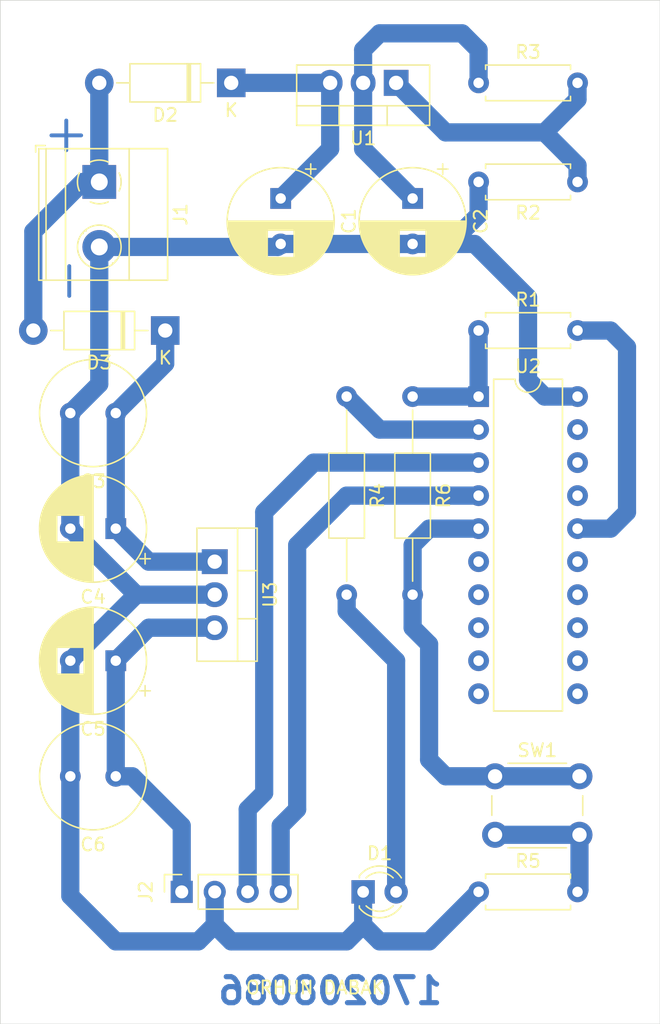
<source format=kicad_pcb>
(kicad_pcb (version 20171130) (host pcbnew "(5.1.10)-1")

  (general
    (thickness 1.6)
    (drawings 10)
    (tracks 97)
    (zones 0)
    (modules 21)
    (nets 29)
  )

  (page A4)
  (layers
    (0 F.Cu signal)
    (31 B.Cu signal)
    (32 B.Adhes user)
    (33 F.Adhes user)
    (34 B.Paste user)
    (35 F.Paste user)
    (36 B.SilkS user)
    (37 F.SilkS user)
    (38 B.Mask user)
    (39 F.Mask user)
    (40 Dwgs.User user)
    (41 Cmts.User user)
    (42 Eco1.User user)
    (43 Eco2.User user)
    (44 Edge.Cuts user)
    (45 Margin user)
    (46 B.CrtYd user)
    (47 F.CrtYd user)
    (48 B.Fab user)
    (49 F.Fab user)
  )

  (setup
    (last_trace_width 0.25)
    (user_trace_width 1.4)
    (trace_clearance 0.2)
    (zone_clearance 0.508)
    (zone_45_only no)
    (trace_min 0.2)
    (via_size 0.8)
    (via_drill 0.4)
    (via_min_size 0.4)
    (via_min_drill 0.3)
    (uvia_size 0.3)
    (uvia_drill 0.1)
    (uvias_allowed no)
    (uvia_min_size 0.2)
    (uvia_min_drill 0.1)
    (edge_width 0.05)
    (segment_width 0.2)
    (pcb_text_width 0.3)
    (pcb_text_size 1.5 1.5)
    (mod_edge_width 0.12)
    (mod_text_size 1 1)
    (mod_text_width 0.15)
    (pad_size 1.524 1.524)
    (pad_drill 0.762)
    (pad_to_mask_clearance 0)
    (aux_axis_origin 0 0)
    (visible_elements 7FFFFFFF)
    (pcbplotparams
      (layerselection 0x010fc_ffffffff)
      (usegerberextensions false)
      (usegerberattributes true)
      (usegerberadvancedattributes true)
      (creategerberjobfile true)
      (excludeedgelayer true)
      (linewidth 0.100000)
      (plotframeref false)
      (viasonmask false)
      (mode 1)
      (useauxorigin false)
      (hpglpennumber 1)
      (hpglpenspeed 20)
      (hpglpendiameter 15.000000)
      (psnegative false)
      (psa4output false)
      (plotreference true)
      (plotvalue true)
      (plotinvisibletext false)
      (padsonsilk false)
      (subtractmaskfromsilk false)
      (outputformat 1)
      (mirror false)
      (drillshape 1)
      (scaleselection 1)
      (outputdirectory ""))
  )

  (net 0 "")
  (net 1 GND)
  (net 2 "Net-(C1-Pad1)")
  (net 3 "Net-(C2-Pad1)")
  (net 4 "Net-(C5-Pad1)")
  (net 5 "Net-(D1-Pad2)")
  (net 6 "Net-(J2-Pad3)")
  (net 7 "Net-(R1-Pad2)")
  (net 8 "Net-(R1-Pad1)")
  (net 9 "Net-(R2-Pad1)")
  (net 10 "Net-(R4-Pad1)")
  (net 11 "Net-(R5-Pad2)")
  (net 12 "Net-(R6-Pad2)")
  (net 13 "Net-(U2-Pad10)")
  (net 14 "Net-(U2-Pad19)")
  (net 15 "Net-(U2-Pad9)")
  (net 16 "Net-(U2-Pad18)")
  (net 17 "Net-(U2-Pad8)")
  (net 18 "Net-(U2-Pad17)")
  (net 19 "Net-(U2-Pad7)")
  (net 20 "Net-(U2-Pad6)")
  (net 21 "Net-(U2-Pad15)")
  (net 22 "Net-(U2-Pad14)")
  (net 23 "Net-(U2-Pad13)")
  (net 24 "Net-(U2-Pad12)")
  (net 25 "Net-(U2-Pad11)")
  (net 26 "Net-(C3-Pad1)")
  (net 27 "Net-(D2-Pad2)")
  (net 28 "Net-(J2-Pad4)")

  (net_class Default "This is the default net class."
    (clearance 0.2)
    (trace_width 0.25)
    (via_dia 0.8)
    (via_drill 0.4)
    (uvia_dia 0.3)
    (uvia_drill 0.1)
    (add_net GND)
    (add_net "Net-(C1-Pad1)")
    (add_net "Net-(C2-Pad1)")
    (add_net "Net-(C3-Pad1)")
    (add_net "Net-(C5-Pad1)")
    (add_net "Net-(D1-Pad2)")
    (add_net "Net-(D2-Pad2)")
    (add_net "Net-(J2-Pad3)")
    (add_net "Net-(J2-Pad4)")
    (add_net "Net-(R1-Pad1)")
    (add_net "Net-(R1-Pad2)")
    (add_net "Net-(R2-Pad1)")
    (add_net "Net-(R4-Pad1)")
    (add_net "Net-(R5-Pad2)")
    (add_net "Net-(R6-Pad2)")
    (add_net "Net-(U2-Pad10)")
    (add_net "Net-(U2-Pad11)")
    (add_net "Net-(U2-Pad12)")
    (add_net "Net-(U2-Pad13)")
    (add_net "Net-(U2-Pad14)")
    (add_net "Net-(U2-Pad15)")
    (add_net "Net-(U2-Pad17)")
    (add_net "Net-(U2-Pad18)")
    (add_net "Net-(U2-Pad19)")
    (add_net "Net-(U2-Pad6)")
    (add_net "Net-(U2-Pad7)")
    (add_net "Net-(U2-Pad8)")
    (add_net "Net-(U2-Pad9)")
  )

  (module Resistor_THT:R_Axial_DIN0207_L6.3mm_D2.5mm_P15.24mm_Horizontal (layer F.Cu) (tedit 5AE5139B) (tstamp 621349E5)
    (at 143.51 87.63 270)
    (descr "Resistor, Axial_DIN0207 series, Axial, Horizontal, pin pitch=15.24mm, 0.25W = 1/4W, length*diameter=6.3*2.5mm^2, http://cdn-reichelt.de/documents/datenblatt/B400/1_4W%23YAG.pdf")
    (tags "Resistor Axial_DIN0207 series Axial Horizontal pin pitch 15.24mm 0.25W = 1/4W length 6.3mm diameter 2.5mm")
    (path /6212ED50)
    (fp_text reference R4 (at 7.62 -2.37 90) (layer F.SilkS)
      (effects (font (size 1 1) (thickness 0.15)))
    )
    (fp_text value 220 (at 7.62 2.37 90) (layer F.Fab)
      (effects (font (size 1 1) (thickness 0.15)))
    )
    (fp_line (start 16.29 -1.5) (end -1.05 -1.5) (layer F.CrtYd) (width 0.05))
    (fp_line (start 16.29 1.5) (end 16.29 -1.5) (layer F.CrtYd) (width 0.05))
    (fp_line (start -1.05 1.5) (end 16.29 1.5) (layer F.CrtYd) (width 0.05))
    (fp_line (start -1.05 -1.5) (end -1.05 1.5) (layer F.CrtYd) (width 0.05))
    (fp_line (start 14.2 0) (end 10.89 0) (layer F.SilkS) (width 0.12))
    (fp_line (start 1.04 0) (end 4.35 0) (layer F.SilkS) (width 0.12))
    (fp_line (start 10.89 -1.37) (end 4.35 -1.37) (layer F.SilkS) (width 0.12))
    (fp_line (start 10.89 1.37) (end 10.89 -1.37) (layer F.SilkS) (width 0.12))
    (fp_line (start 4.35 1.37) (end 10.89 1.37) (layer F.SilkS) (width 0.12))
    (fp_line (start 4.35 -1.37) (end 4.35 1.37) (layer F.SilkS) (width 0.12))
    (fp_line (start 15.24 0) (end 10.77 0) (layer F.Fab) (width 0.1))
    (fp_line (start 0 0) (end 4.47 0) (layer F.Fab) (width 0.1))
    (fp_line (start 10.77 -1.25) (end 4.47 -1.25) (layer F.Fab) (width 0.1))
    (fp_line (start 10.77 1.25) (end 10.77 -1.25) (layer F.Fab) (width 0.1))
    (fp_line (start 4.47 1.25) (end 10.77 1.25) (layer F.Fab) (width 0.1))
    (fp_line (start 4.47 -1.25) (end 4.47 1.25) (layer F.Fab) (width 0.1))
    (fp_text user %R (at 7.62 0 90) (layer F.Fab)
      (effects (font (size 1 1) (thickness 0.15)))
    )
    (pad 2 thru_hole oval (at 15.24 0 270) (size 1.6 1.6) (drill 0.8) (layers *.Cu *.Mask)
      (net 5 "Net-(D1-Pad2)"))
    (pad 1 thru_hole circle (at 0 0 270) (size 1.6 1.6) (drill 0.8) (layers *.Cu *.Mask)
      (net 10 "Net-(R4-Pad1)"))
    (model ${KISYS3DMOD}/Resistor_THT.3dshapes/R_Axial_DIN0207_L6.3mm_D2.5mm_P15.24mm_Horizontal.wrl
      (at (xyz 0 0 0))
      (scale (xyz 1 1 1))
      (rotate (xyz 0 0 0))
    )
  )

  (module Resistor_THT:R_Axial_DIN0207_L6.3mm_D2.5mm_P15.24mm_Horizontal (layer F.Cu) (tedit 5AE5139B) (tstamp 62134A13)
    (at 148.59 87.63 270)
    (descr "Resistor, Axial_DIN0207 series, Axial, Horizontal, pin pitch=15.24mm, 0.25W = 1/4W, length*diameter=6.3*2.5mm^2, http://cdn-reichelt.de/documents/datenblatt/B400/1_4W%23YAG.pdf")
    (tags "Resistor Axial_DIN0207 series Axial Horizontal pin pitch 15.24mm 0.25W = 1/4W length 6.3mm diameter 2.5mm")
    (path /6217BCB3)
    (fp_text reference R6 (at 7.62 -2.37 90) (layer F.SilkS)
      (effects (font (size 1 1) (thickness 0.15)))
    )
    (fp_text value 10k (at 7.62 2.37 90) (layer F.Fab)
      (effects (font (size 1 1) (thickness 0.15)))
    )
    (fp_line (start 16.29 -1.5) (end -1.05 -1.5) (layer F.CrtYd) (width 0.05))
    (fp_line (start 16.29 1.5) (end 16.29 -1.5) (layer F.CrtYd) (width 0.05))
    (fp_line (start -1.05 1.5) (end 16.29 1.5) (layer F.CrtYd) (width 0.05))
    (fp_line (start -1.05 -1.5) (end -1.05 1.5) (layer F.CrtYd) (width 0.05))
    (fp_line (start 14.2 0) (end 10.89 0) (layer F.SilkS) (width 0.12))
    (fp_line (start 1.04 0) (end 4.35 0) (layer F.SilkS) (width 0.12))
    (fp_line (start 10.89 -1.37) (end 4.35 -1.37) (layer F.SilkS) (width 0.12))
    (fp_line (start 10.89 1.37) (end 10.89 -1.37) (layer F.SilkS) (width 0.12))
    (fp_line (start 4.35 1.37) (end 10.89 1.37) (layer F.SilkS) (width 0.12))
    (fp_line (start 4.35 -1.37) (end 4.35 1.37) (layer F.SilkS) (width 0.12))
    (fp_line (start 15.24 0) (end 10.77 0) (layer F.Fab) (width 0.1))
    (fp_line (start 0 0) (end 4.47 0) (layer F.Fab) (width 0.1))
    (fp_line (start 10.77 -1.25) (end 4.47 -1.25) (layer F.Fab) (width 0.1))
    (fp_line (start 10.77 1.25) (end 10.77 -1.25) (layer F.Fab) (width 0.1))
    (fp_line (start 4.47 1.25) (end 10.77 1.25) (layer F.Fab) (width 0.1))
    (fp_line (start 4.47 -1.25) (end 4.47 1.25) (layer F.Fab) (width 0.1))
    (fp_text user %R (at 7.62 0 90) (layer F.Fab)
      (effects (font (size 1 1) (thickness 0.15)))
    )
    (pad 2 thru_hole oval (at 15.24 0 270) (size 1.6 1.6) (drill 0.8) (layers *.Cu *.Mask)
      (net 12 "Net-(R6-Pad2)"))
    (pad 1 thru_hole circle (at 0 0 270) (size 1.6 1.6) (drill 0.8) (layers *.Cu *.Mask)
      (net 8 "Net-(R1-Pad1)"))
    (model ${KISYS3DMOD}/Resistor_THT.3dshapes/R_Axial_DIN0207_L6.3mm_D2.5mm_P15.24mm_Horizontal.wrl
      (at (xyz 0 0 0))
      (scale (xyz 1 1 1))
      (rotate (xyz 0 0 0))
    )
  )

  (module Diode_THT:D_DO-41_SOD81_P10.16mm_Horizontal (layer F.Cu) (tedit 5AE50CD5) (tstamp 62140FBC)
    (at 129.54 82.55 180)
    (descr "Diode, DO-41_SOD81 series, Axial, Horizontal, pin pitch=10.16mm, , length*diameter=5.2*2.7mm^2, , http://www.diodes.com/_files/packages/DO-41%20(Plastic).pdf")
    (tags "Diode DO-41_SOD81 series Axial Horizontal pin pitch 10.16mm  length 5.2mm diameter 2.7mm")
    (path /621C0393)
    (fp_text reference D3 (at 5.08 -2.47) (layer F.SilkS)
      (effects (font (size 1 1) (thickness 0.15)))
    )
    (fp_text value 1N4001 (at 5.08 2.47) (layer F.Fab)
      (effects (font (size 1 1) (thickness 0.15)))
    )
    (fp_line (start 11.51 -1.6) (end -1.35 -1.6) (layer F.CrtYd) (width 0.05))
    (fp_line (start 11.51 1.6) (end 11.51 -1.6) (layer F.CrtYd) (width 0.05))
    (fp_line (start -1.35 1.6) (end 11.51 1.6) (layer F.CrtYd) (width 0.05))
    (fp_line (start -1.35 -1.6) (end -1.35 1.6) (layer F.CrtYd) (width 0.05))
    (fp_line (start 3.14 -1.47) (end 3.14 1.47) (layer F.SilkS) (width 0.12))
    (fp_line (start 3.38 -1.47) (end 3.38 1.47) (layer F.SilkS) (width 0.12))
    (fp_line (start 3.26 -1.47) (end 3.26 1.47) (layer F.SilkS) (width 0.12))
    (fp_line (start 8.82 0) (end 7.8 0) (layer F.SilkS) (width 0.12))
    (fp_line (start 1.34 0) (end 2.36 0) (layer F.SilkS) (width 0.12))
    (fp_line (start 7.8 -1.47) (end 2.36 -1.47) (layer F.SilkS) (width 0.12))
    (fp_line (start 7.8 1.47) (end 7.8 -1.47) (layer F.SilkS) (width 0.12))
    (fp_line (start 2.36 1.47) (end 7.8 1.47) (layer F.SilkS) (width 0.12))
    (fp_line (start 2.36 -1.47) (end 2.36 1.47) (layer F.SilkS) (width 0.12))
    (fp_line (start 3.16 -1.35) (end 3.16 1.35) (layer F.Fab) (width 0.1))
    (fp_line (start 3.36 -1.35) (end 3.36 1.35) (layer F.Fab) (width 0.1))
    (fp_line (start 3.26 -1.35) (end 3.26 1.35) (layer F.Fab) (width 0.1))
    (fp_line (start 10.16 0) (end 7.68 0) (layer F.Fab) (width 0.1))
    (fp_line (start 0 0) (end 2.48 0) (layer F.Fab) (width 0.1))
    (fp_line (start 7.68 -1.35) (end 2.48 -1.35) (layer F.Fab) (width 0.1))
    (fp_line (start 7.68 1.35) (end 7.68 -1.35) (layer F.Fab) (width 0.1))
    (fp_line (start 2.48 1.35) (end 7.68 1.35) (layer F.Fab) (width 0.1))
    (fp_line (start 2.48 -1.35) (end 2.48 1.35) (layer F.Fab) (width 0.1))
    (fp_text user K (at 0 -2.1) (layer F.SilkS)
      (effects (font (size 1 1) (thickness 0.15)))
    )
    (fp_text user K (at 0 -2.1) (layer F.Fab)
      (effects (font (size 1 1) (thickness 0.15)))
    )
    (fp_text user %R (at 5.47 0) (layer F.Fab)
      (effects (font (size 1 1) (thickness 0.15)))
    )
    (pad 2 thru_hole oval (at 10.16 0 180) (size 2.2 2.2) (drill 1.1) (layers *.Cu *.Mask)
      (net 27 "Net-(D2-Pad2)"))
    (pad 1 thru_hole rect (at 0 0 180) (size 2.2 2.2) (drill 1.1) (layers *.Cu *.Mask)
      (net 26 "Net-(C3-Pad1)"))
    (model ${KISYS3DMOD}/Diode_THT.3dshapes/D_DO-41_SOD81_P10.16mm_Horizontal.wrl
      (at (xyz 0 0 0))
      (scale (xyz 1 1 1))
      (rotate (xyz 0 0 0))
    )
  )

  (module Diode_THT:D_DO-41_SOD81_P10.16mm_Horizontal (layer F.Cu) (tedit 5AE50CD5) (tstamp 62140F9D)
    (at 134.62 63.5 180)
    (descr "Diode, DO-41_SOD81 series, Axial, Horizontal, pin pitch=10.16mm, , length*diameter=5.2*2.7mm^2, , http://www.diodes.com/_files/packages/DO-41%20(Plastic).pdf")
    (tags "Diode DO-41_SOD81 series Axial Horizontal pin pitch 10.16mm  length 5.2mm diameter 2.7mm")
    (path /621BEF8F)
    (fp_text reference D2 (at 5.08 -2.47) (layer F.SilkS)
      (effects (font (size 1 1) (thickness 0.15)))
    )
    (fp_text value 1N4001 (at 5.08 2.47) (layer F.Fab)
      (effects (font (size 1 1) (thickness 0.15)))
    )
    (fp_line (start 11.51 -1.6) (end -1.35 -1.6) (layer F.CrtYd) (width 0.05))
    (fp_line (start 11.51 1.6) (end 11.51 -1.6) (layer F.CrtYd) (width 0.05))
    (fp_line (start -1.35 1.6) (end 11.51 1.6) (layer F.CrtYd) (width 0.05))
    (fp_line (start -1.35 -1.6) (end -1.35 1.6) (layer F.CrtYd) (width 0.05))
    (fp_line (start 3.14 -1.47) (end 3.14 1.47) (layer F.SilkS) (width 0.12))
    (fp_line (start 3.38 -1.47) (end 3.38 1.47) (layer F.SilkS) (width 0.12))
    (fp_line (start 3.26 -1.47) (end 3.26 1.47) (layer F.SilkS) (width 0.12))
    (fp_line (start 8.82 0) (end 7.8 0) (layer F.SilkS) (width 0.12))
    (fp_line (start 1.34 0) (end 2.36 0) (layer F.SilkS) (width 0.12))
    (fp_line (start 7.8 -1.47) (end 2.36 -1.47) (layer F.SilkS) (width 0.12))
    (fp_line (start 7.8 1.47) (end 7.8 -1.47) (layer F.SilkS) (width 0.12))
    (fp_line (start 2.36 1.47) (end 7.8 1.47) (layer F.SilkS) (width 0.12))
    (fp_line (start 2.36 -1.47) (end 2.36 1.47) (layer F.SilkS) (width 0.12))
    (fp_line (start 3.16 -1.35) (end 3.16 1.35) (layer F.Fab) (width 0.1))
    (fp_line (start 3.36 -1.35) (end 3.36 1.35) (layer F.Fab) (width 0.1))
    (fp_line (start 3.26 -1.35) (end 3.26 1.35) (layer F.Fab) (width 0.1))
    (fp_line (start 10.16 0) (end 7.68 0) (layer F.Fab) (width 0.1))
    (fp_line (start 0 0) (end 2.48 0) (layer F.Fab) (width 0.1))
    (fp_line (start 7.68 -1.35) (end 2.48 -1.35) (layer F.Fab) (width 0.1))
    (fp_line (start 7.68 1.35) (end 7.68 -1.35) (layer F.Fab) (width 0.1))
    (fp_line (start 2.48 1.35) (end 7.68 1.35) (layer F.Fab) (width 0.1))
    (fp_line (start 2.48 -1.35) (end 2.48 1.35) (layer F.Fab) (width 0.1))
    (fp_text user K (at 0 -2.1) (layer F.SilkS)
      (effects (font (size 1 1) (thickness 0.15)))
    )
    (fp_text user K (at 0 -2.1) (layer F.Fab)
      (effects (font (size 1 1) (thickness 0.15)))
    )
    (fp_text user %R (at 5.47 0) (layer F.Fab)
      (effects (font (size 1 1) (thickness 0.15)))
    )
    (pad 2 thru_hole oval (at 10.16 0 180) (size 2.2 2.2) (drill 1.1) (layers *.Cu *.Mask)
      (net 27 "Net-(D2-Pad2)"))
    (pad 1 thru_hole rect (at 0 0 180) (size 2.2 2.2) (drill 1.1) (layers *.Cu *.Mask)
      (net 2 "Net-(C1-Pad1)"))
    (model ${KISYS3DMOD}/Diode_THT.3dshapes/D_DO-41_SOD81_P10.16mm_Horizontal.wrl
      (at (xyz 0 0 0))
      (scale (xyz 1 1 1))
      (rotate (xyz 0 0 0))
    )
  )

  (module Capacitor_THT:C_Radial_D8.0mm_H7.0mm_P3.50mm (layer F.Cu) (tedit 5BC5C9B9) (tstamp 62134932)
    (at 125.73 116.84 180)
    (descr "C, Radial series, Radial, pin pitch=3.50mm, diameter=8mm, height=7mm, Non-Polar Electrolytic Capacitor")
    (tags "C Radial series Radial pin pitch 3.50mm diameter 8mm height 7mm Non-Polar Electrolytic Capacitor")
    (path /6213E545)
    (fp_text reference C6 (at 1.75 -5.25) (layer F.SilkS)
      (effects (font (size 1 1) (thickness 0.15)))
    )
    (fp_text value 100nF (at 1.75 5.25) (layer F.Fab)
      (effects (font (size 1 1) (thickness 0.15)))
    )
    (fp_circle (center 1.75 0) (end 5.75 0) (layer F.Fab) (width 0.1))
    (fp_circle (center 1.75 0) (end 5.87 0) (layer F.SilkS) (width 0.12))
    (fp_circle (center 1.75 0) (end 6 0) (layer F.CrtYd) (width 0.05))
    (fp_text user %R (at 1.75 0) (layer F.Fab)
      (effects (font (size 1 1) (thickness 0.15)))
    )
    (pad 2 thru_hole circle (at 3.5 0 180) (size 1.6 1.6) (drill 0.8) (layers *.Cu *.Mask)
      (net 1 GND))
    (pad 1 thru_hole circle (at 0 0 180) (size 1.6 1.6) (drill 0.8) (layers *.Cu *.Mask)
      (net 4 "Net-(C5-Pad1)"))
    (model ${KISYS3DMOD}/Capacitor_THT.3dshapes/C_Radial_D8.0mm_H7.0mm_P3.50mm.wrl
      (at (xyz 0 0 0))
      (scale (xyz 1 1 1))
      (rotate (xyz 0 0 0))
    )
  )

  (module Capacitor_THT:CP_Radial_D8.0mm_P3.50mm (layer F.Cu) (tedit 5AE50EF0) (tstamp 62134928)
    (at 125.73 107.95 180)
    (descr "CP, Radial series, Radial, pin pitch=3.50mm, , diameter=8mm, Electrolytic Capacitor")
    (tags "CP Radial series Radial pin pitch 3.50mm  diameter 8mm Electrolytic Capacitor")
    (path /6213E557)
    (fp_text reference C5 (at 1.75 -5.25) (layer F.SilkS)
      (effects (font (size 1 1) (thickness 0.15)))
    )
    (fp_text value 1uF (at 1.75 5.25) (layer F.Fab)
      (effects (font (size 1 1) (thickness 0.15)))
    )
    (fp_circle (center 1.75 0) (end 5.75 0) (layer F.Fab) (width 0.1))
    (fp_circle (center 1.75 0) (end 5.87 0) (layer F.SilkS) (width 0.12))
    (fp_circle (center 1.75 0) (end 6 0) (layer F.CrtYd) (width 0.05))
    (fp_line (start -1.676759 -1.7475) (end -0.876759 -1.7475) (layer F.Fab) (width 0.1))
    (fp_line (start -1.276759 -2.1475) (end -1.276759 -1.3475) (layer F.Fab) (width 0.1))
    (fp_line (start 1.75 -4.08) (end 1.75 4.08) (layer F.SilkS) (width 0.12))
    (fp_line (start 1.79 -4.08) (end 1.79 4.08) (layer F.SilkS) (width 0.12))
    (fp_line (start 1.83 -4.08) (end 1.83 4.08) (layer F.SilkS) (width 0.12))
    (fp_line (start 1.87 -4.079) (end 1.87 4.079) (layer F.SilkS) (width 0.12))
    (fp_line (start 1.91 -4.077) (end 1.91 4.077) (layer F.SilkS) (width 0.12))
    (fp_line (start 1.95 -4.076) (end 1.95 4.076) (layer F.SilkS) (width 0.12))
    (fp_line (start 1.99 -4.074) (end 1.99 4.074) (layer F.SilkS) (width 0.12))
    (fp_line (start 2.03 -4.071) (end 2.03 4.071) (layer F.SilkS) (width 0.12))
    (fp_line (start 2.07 -4.068) (end 2.07 4.068) (layer F.SilkS) (width 0.12))
    (fp_line (start 2.11 -4.065) (end 2.11 4.065) (layer F.SilkS) (width 0.12))
    (fp_line (start 2.15 -4.061) (end 2.15 4.061) (layer F.SilkS) (width 0.12))
    (fp_line (start 2.19 -4.057) (end 2.19 4.057) (layer F.SilkS) (width 0.12))
    (fp_line (start 2.23 -4.052) (end 2.23 4.052) (layer F.SilkS) (width 0.12))
    (fp_line (start 2.27 -4.048) (end 2.27 4.048) (layer F.SilkS) (width 0.12))
    (fp_line (start 2.31 -4.042) (end 2.31 4.042) (layer F.SilkS) (width 0.12))
    (fp_line (start 2.35 -4.037) (end 2.35 4.037) (layer F.SilkS) (width 0.12))
    (fp_line (start 2.39 -4.03) (end 2.39 4.03) (layer F.SilkS) (width 0.12))
    (fp_line (start 2.43 -4.024) (end 2.43 4.024) (layer F.SilkS) (width 0.12))
    (fp_line (start 2.471 -4.017) (end 2.471 -1.04) (layer F.SilkS) (width 0.12))
    (fp_line (start 2.471 1.04) (end 2.471 4.017) (layer F.SilkS) (width 0.12))
    (fp_line (start 2.511 -4.01) (end 2.511 -1.04) (layer F.SilkS) (width 0.12))
    (fp_line (start 2.511 1.04) (end 2.511 4.01) (layer F.SilkS) (width 0.12))
    (fp_line (start 2.551 -4.002) (end 2.551 -1.04) (layer F.SilkS) (width 0.12))
    (fp_line (start 2.551 1.04) (end 2.551 4.002) (layer F.SilkS) (width 0.12))
    (fp_line (start 2.591 -3.994) (end 2.591 -1.04) (layer F.SilkS) (width 0.12))
    (fp_line (start 2.591 1.04) (end 2.591 3.994) (layer F.SilkS) (width 0.12))
    (fp_line (start 2.631 -3.985) (end 2.631 -1.04) (layer F.SilkS) (width 0.12))
    (fp_line (start 2.631 1.04) (end 2.631 3.985) (layer F.SilkS) (width 0.12))
    (fp_line (start 2.671 -3.976) (end 2.671 -1.04) (layer F.SilkS) (width 0.12))
    (fp_line (start 2.671 1.04) (end 2.671 3.976) (layer F.SilkS) (width 0.12))
    (fp_line (start 2.711 -3.967) (end 2.711 -1.04) (layer F.SilkS) (width 0.12))
    (fp_line (start 2.711 1.04) (end 2.711 3.967) (layer F.SilkS) (width 0.12))
    (fp_line (start 2.751 -3.957) (end 2.751 -1.04) (layer F.SilkS) (width 0.12))
    (fp_line (start 2.751 1.04) (end 2.751 3.957) (layer F.SilkS) (width 0.12))
    (fp_line (start 2.791 -3.947) (end 2.791 -1.04) (layer F.SilkS) (width 0.12))
    (fp_line (start 2.791 1.04) (end 2.791 3.947) (layer F.SilkS) (width 0.12))
    (fp_line (start 2.831 -3.936) (end 2.831 -1.04) (layer F.SilkS) (width 0.12))
    (fp_line (start 2.831 1.04) (end 2.831 3.936) (layer F.SilkS) (width 0.12))
    (fp_line (start 2.871 -3.925) (end 2.871 -1.04) (layer F.SilkS) (width 0.12))
    (fp_line (start 2.871 1.04) (end 2.871 3.925) (layer F.SilkS) (width 0.12))
    (fp_line (start 2.911 -3.914) (end 2.911 -1.04) (layer F.SilkS) (width 0.12))
    (fp_line (start 2.911 1.04) (end 2.911 3.914) (layer F.SilkS) (width 0.12))
    (fp_line (start 2.951 -3.902) (end 2.951 -1.04) (layer F.SilkS) (width 0.12))
    (fp_line (start 2.951 1.04) (end 2.951 3.902) (layer F.SilkS) (width 0.12))
    (fp_line (start 2.991 -3.889) (end 2.991 -1.04) (layer F.SilkS) (width 0.12))
    (fp_line (start 2.991 1.04) (end 2.991 3.889) (layer F.SilkS) (width 0.12))
    (fp_line (start 3.031 -3.877) (end 3.031 -1.04) (layer F.SilkS) (width 0.12))
    (fp_line (start 3.031 1.04) (end 3.031 3.877) (layer F.SilkS) (width 0.12))
    (fp_line (start 3.071 -3.863) (end 3.071 -1.04) (layer F.SilkS) (width 0.12))
    (fp_line (start 3.071 1.04) (end 3.071 3.863) (layer F.SilkS) (width 0.12))
    (fp_line (start 3.111 -3.85) (end 3.111 -1.04) (layer F.SilkS) (width 0.12))
    (fp_line (start 3.111 1.04) (end 3.111 3.85) (layer F.SilkS) (width 0.12))
    (fp_line (start 3.151 -3.835) (end 3.151 -1.04) (layer F.SilkS) (width 0.12))
    (fp_line (start 3.151 1.04) (end 3.151 3.835) (layer F.SilkS) (width 0.12))
    (fp_line (start 3.191 -3.821) (end 3.191 -1.04) (layer F.SilkS) (width 0.12))
    (fp_line (start 3.191 1.04) (end 3.191 3.821) (layer F.SilkS) (width 0.12))
    (fp_line (start 3.231 -3.805) (end 3.231 -1.04) (layer F.SilkS) (width 0.12))
    (fp_line (start 3.231 1.04) (end 3.231 3.805) (layer F.SilkS) (width 0.12))
    (fp_line (start 3.271 -3.79) (end 3.271 -1.04) (layer F.SilkS) (width 0.12))
    (fp_line (start 3.271 1.04) (end 3.271 3.79) (layer F.SilkS) (width 0.12))
    (fp_line (start 3.311 -3.774) (end 3.311 -1.04) (layer F.SilkS) (width 0.12))
    (fp_line (start 3.311 1.04) (end 3.311 3.774) (layer F.SilkS) (width 0.12))
    (fp_line (start 3.351 -3.757) (end 3.351 -1.04) (layer F.SilkS) (width 0.12))
    (fp_line (start 3.351 1.04) (end 3.351 3.757) (layer F.SilkS) (width 0.12))
    (fp_line (start 3.391 -3.74) (end 3.391 -1.04) (layer F.SilkS) (width 0.12))
    (fp_line (start 3.391 1.04) (end 3.391 3.74) (layer F.SilkS) (width 0.12))
    (fp_line (start 3.431 -3.722) (end 3.431 -1.04) (layer F.SilkS) (width 0.12))
    (fp_line (start 3.431 1.04) (end 3.431 3.722) (layer F.SilkS) (width 0.12))
    (fp_line (start 3.471 -3.704) (end 3.471 -1.04) (layer F.SilkS) (width 0.12))
    (fp_line (start 3.471 1.04) (end 3.471 3.704) (layer F.SilkS) (width 0.12))
    (fp_line (start 3.511 -3.686) (end 3.511 -1.04) (layer F.SilkS) (width 0.12))
    (fp_line (start 3.511 1.04) (end 3.511 3.686) (layer F.SilkS) (width 0.12))
    (fp_line (start 3.551 -3.666) (end 3.551 -1.04) (layer F.SilkS) (width 0.12))
    (fp_line (start 3.551 1.04) (end 3.551 3.666) (layer F.SilkS) (width 0.12))
    (fp_line (start 3.591 -3.647) (end 3.591 -1.04) (layer F.SilkS) (width 0.12))
    (fp_line (start 3.591 1.04) (end 3.591 3.647) (layer F.SilkS) (width 0.12))
    (fp_line (start 3.631 -3.627) (end 3.631 -1.04) (layer F.SilkS) (width 0.12))
    (fp_line (start 3.631 1.04) (end 3.631 3.627) (layer F.SilkS) (width 0.12))
    (fp_line (start 3.671 -3.606) (end 3.671 -1.04) (layer F.SilkS) (width 0.12))
    (fp_line (start 3.671 1.04) (end 3.671 3.606) (layer F.SilkS) (width 0.12))
    (fp_line (start 3.711 -3.584) (end 3.711 -1.04) (layer F.SilkS) (width 0.12))
    (fp_line (start 3.711 1.04) (end 3.711 3.584) (layer F.SilkS) (width 0.12))
    (fp_line (start 3.751 -3.562) (end 3.751 -1.04) (layer F.SilkS) (width 0.12))
    (fp_line (start 3.751 1.04) (end 3.751 3.562) (layer F.SilkS) (width 0.12))
    (fp_line (start 3.791 -3.54) (end 3.791 -1.04) (layer F.SilkS) (width 0.12))
    (fp_line (start 3.791 1.04) (end 3.791 3.54) (layer F.SilkS) (width 0.12))
    (fp_line (start 3.831 -3.517) (end 3.831 -1.04) (layer F.SilkS) (width 0.12))
    (fp_line (start 3.831 1.04) (end 3.831 3.517) (layer F.SilkS) (width 0.12))
    (fp_line (start 3.871 -3.493) (end 3.871 -1.04) (layer F.SilkS) (width 0.12))
    (fp_line (start 3.871 1.04) (end 3.871 3.493) (layer F.SilkS) (width 0.12))
    (fp_line (start 3.911 -3.469) (end 3.911 -1.04) (layer F.SilkS) (width 0.12))
    (fp_line (start 3.911 1.04) (end 3.911 3.469) (layer F.SilkS) (width 0.12))
    (fp_line (start 3.951 -3.444) (end 3.951 -1.04) (layer F.SilkS) (width 0.12))
    (fp_line (start 3.951 1.04) (end 3.951 3.444) (layer F.SilkS) (width 0.12))
    (fp_line (start 3.991 -3.418) (end 3.991 -1.04) (layer F.SilkS) (width 0.12))
    (fp_line (start 3.991 1.04) (end 3.991 3.418) (layer F.SilkS) (width 0.12))
    (fp_line (start 4.031 -3.392) (end 4.031 -1.04) (layer F.SilkS) (width 0.12))
    (fp_line (start 4.031 1.04) (end 4.031 3.392) (layer F.SilkS) (width 0.12))
    (fp_line (start 4.071 -3.365) (end 4.071 -1.04) (layer F.SilkS) (width 0.12))
    (fp_line (start 4.071 1.04) (end 4.071 3.365) (layer F.SilkS) (width 0.12))
    (fp_line (start 4.111 -3.338) (end 4.111 -1.04) (layer F.SilkS) (width 0.12))
    (fp_line (start 4.111 1.04) (end 4.111 3.338) (layer F.SilkS) (width 0.12))
    (fp_line (start 4.151 -3.309) (end 4.151 -1.04) (layer F.SilkS) (width 0.12))
    (fp_line (start 4.151 1.04) (end 4.151 3.309) (layer F.SilkS) (width 0.12))
    (fp_line (start 4.191 -3.28) (end 4.191 -1.04) (layer F.SilkS) (width 0.12))
    (fp_line (start 4.191 1.04) (end 4.191 3.28) (layer F.SilkS) (width 0.12))
    (fp_line (start 4.231 -3.25) (end 4.231 -1.04) (layer F.SilkS) (width 0.12))
    (fp_line (start 4.231 1.04) (end 4.231 3.25) (layer F.SilkS) (width 0.12))
    (fp_line (start 4.271 -3.22) (end 4.271 -1.04) (layer F.SilkS) (width 0.12))
    (fp_line (start 4.271 1.04) (end 4.271 3.22) (layer F.SilkS) (width 0.12))
    (fp_line (start 4.311 -3.189) (end 4.311 -1.04) (layer F.SilkS) (width 0.12))
    (fp_line (start 4.311 1.04) (end 4.311 3.189) (layer F.SilkS) (width 0.12))
    (fp_line (start 4.351 -3.156) (end 4.351 -1.04) (layer F.SilkS) (width 0.12))
    (fp_line (start 4.351 1.04) (end 4.351 3.156) (layer F.SilkS) (width 0.12))
    (fp_line (start 4.391 -3.124) (end 4.391 -1.04) (layer F.SilkS) (width 0.12))
    (fp_line (start 4.391 1.04) (end 4.391 3.124) (layer F.SilkS) (width 0.12))
    (fp_line (start 4.431 -3.09) (end 4.431 -1.04) (layer F.SilkS) (width 0.12))
    (fp_line (start 4.431 1.04) (end 4.431 3.09) (layer F.SilkS) (width 0.12))
    (fp_line (start 4.471 -3.055) (end 4.471 -1.04) (layer F.SilkS) (width 0.12))
    (fp_line (start 4.471 1.04) (end 4.471 3.055) (layer F.SilkS) (width 0.12))
    (fp_line (start 4.511 -3.019) (end 4.511 -1.04) (layer F.SilkS) (width 0.12))
    (fp_line (start 4.511 1.04) (end 4.511 3.019) (layer F.SilkS) (width 0.12))
    (fp_line (start 4.551 -2.983) (end 4.551 2.983) (layer F.SilkS) (width 0.12))
    (fp_line (start 4.591 -2.945) (end 4.591 2.945) (layer F.SilkS) (width 0.12))
    (fp_line (start 4.631 -2.907) (end 4.631 2.907) (layer F.SilkS) (width 0.12))
    (fp_line (start 4.671 -2.867) (end 4.671 2.867) (layer F.SilkS) (width 0.12))
    (fp_line (start 4.711 -2.826) (end 4.711 2.826) (layer F.SilkS) (width 0.12))
    (fp_line (start 4.751 -2.784) (end 4.751 2.784) (layer F.SilkS) (width 0.12))
    (fp_line (start 4.791 -2.741) (end 4.791 2.741) (layer F.SilkS) (width 0.12))
    (fp_line (start 4.831 -2.697) (end 4.831 2.697) (layer F.SilkS) (width 0.12))
    (fp_line (start 4.871 -2.651) (end 4.871 2.651) (layer F.SilkS) (width 0.12))
    (fp_line (start 4.911 -2.604) (end 4.911 2.604) (layer F.SilkS) (width 0.12))
    (fp_line (start 4.951 -2.556) (end 4.951 2.556) (layer F.SilkS) (width 0.12))
    (fp_line (start 4.991 -2.505) (end 4.991 2.505) (layer F.SilkS) (width 0.12))
    (fp_line (start 5.031 -2.454) (end 5.031 2.454) (layer F.SilkS) (width 0.12))
    (fp_line (start 5.071 -2.4) (end 5.071 2.4) (layer F.SilkS) (width 0.12))
    (fp_line (start 5.111 -2.345) (end 5.111 2.345) (layer F.SilkS) (width 0.12))
    (fp_line (start 5.151 -2.287) (end 5.151 2.287) (layer F.SilkS) (width 0.12))
    (fp_line (start 5.191 -2.228) (end 5.191 2.228) (layer F.SilkS) (width 0.12))
    (fp_line (start 5.231 -2.166) (end 5.231 2.166) (layer F.SilkS) (width 0.12))
    (fp_line (start 5.271 -2.102) (end 5.271 2.102) (layer F.SilkS) (width 0.12))
    (fp_line (start 5.311 -2.034) (end 5.311 2.034) (layer F.SilkS) (width 0.12))
    (fp_line (start 5.351 -1.964) (end 5.351 1.964) (layer F.SilkS) (width 0.12))
    (fp_line (start 5.391 -1.89) (end 5.391 1.89) (layer F.SilkS) (width 0.12))
    (fp_line (start 5.431 -1.813) (end 5.431 1.813) (layer F.SilkS) (width 0.12))
    (fp_line (start 5.471 -1.731) (end 5.471 1.731) (layer F.SilkS) (width 0.12))
    (fp_line (start 5.511 -1.645) (end 5.511 1.645) (layer F.SilkS) (width 0.12))
    (fp_line (start 5.551 -1.552) (end 5.551 1.552) (layer F.SilkS) (width 0.12))
    (fp_line (start 5.591 -1.453) (end 5.591 1.453) (layer F.SilkS) (width 0.12))
    (fp_line (start 5.631 -1.346) (end 5.631 1.346) (layer F.SilkS) (width 0.12))
    (fp_line (start 5.671 -1.229) (end 5.671 1.229) (layer F.SilkS) (width 0.12))
    (fp_line (start 5.711 -1.098) (end 5.711 1.098) (layer F.SilkS) (width 0.12))
    (fp_line (start 5.751 -0.948) (end 5.751 0.948) (layer F.SilkS) (width 0.12))
    (fp_line (start 5.791 -0.768) (end 5.791 0.768) (layer F.SilkS) (width 0.12))
    (fp_line (start 5.831 -0.533) (end 5.831 0.533) (layer F.SilkS) (width 0.12))
    (fp_line (start -2.659698 -2.315) (end -1.859698 -2.315) (layer F.SilkS) (width 0.12))
    (fp_line (start -2.259698 -2.715) (end -2.259698 -1.915) (layer F.SilkS) (width 0.12))
    (fp_text user %R (at 1.75 0) (layer F.Fab)
      (effects (font (size 1 1) (thickness 0.15)))
    )
    (pad 2 thru_hole circle (at 3.5 0 180) (size 1.6 1.6) (drill 0.8) (layers *.Cu *.Mask)
      (net 1 GND))
    (pad 1 thru_hole rect (at 0 0 180) (size 1.6 1.6) (drill 0.8) (layers *.Cu *.Mask)
      (net 4 "Net-(C5-Pad1)"))
    (model ${KISYS3DMOD}/Capacitor_THT.3dshapes/CP_Radial_D8.0mm_P3.50mm.wrl
      (at (xyz 0 0 0))
      (scale (xyz 1 1 1))
      (rotate (xyz 0 0 0))
    )
  )

  (module Capacitor_THT:CP_Radial_D8.0mm_P3.50mm (layer F.Cu) (tedit 5AE50EF0) (tstamp 6213491E)
    (at 125.73 97.79 180)
    (descr "CP, Radial series, Radial, pin pitch=3.50mm, , diameter=8mm, Electrolytic Capacitor")
    (tags "CP Radial series Radial pin pitch 3.50mm  diameter 8mm Electrolytic Capacitor")
    (path /6213E55D)
    (fp_text reference C4 (at 1.75 -5.25) (layer F.SilkS)
      (effects (font (size 1 1) (thickness 0.15)))
    )
    (fp_text value 220uF (at 1.75 5.25) (layer F.Fab)
      (effects (font (size 1 1) (thickness 0.15)))
    )
    (fp_circle (center 1.75 0) (end 5.75 0) (layer F.Fab) (width 0.1))
    (fp_circle (center 1.75 0) (end 5.87 0) (layer F.SilkS) (width 0.12))
    (fp_circle (center 1.75 0) (end 6 0) (layer F.CrtYd) (width 0.05))
    (fp_line (start -1.676759 -1.7475) (end -0.876759 -1.7475) (layer F.Fab) (width 0.1))
    (fp_line (start -1.276759 -2.1475) (end -1.276759 -1.3475) (layer F.Fab) (width 0.1))
    (fp_line (start 1.75 -4.08) (end 1.75 4.08) (layer F.SilkS) (width 0.12))
    (fp_line (start 1.79 -4.08) (end 1.79 4.08) (layer F.SilkS) (width 0.12))
    (fp_line (start 1.83 -4.08) (end 1.83 4.08) (layer F.SilkS) (width 0.12))
    (fp_line (start 1.87 -4.079) (end 1.87 4.079) (layer F.SilkS) (width 0.12))
    (fp_line (start 1.91 -4.077) (end 1.91 4.077) (layer F.SilkS) (width 0.12))
    (fp_line (start 1.95 -4.076) (end 1.95 4.076) (layer F.SilkS) (width 0.12))
    (fp_line (start 1.99 -4.074) (end 1.99 4.074) (layer F.SilkS) (width 0.12))
    (fp_line (start 2.03 -4.071) (end 2.03 4.071) (layer F.SilkS) (width 0.12))
    (fp_line (start 2.07 -4.068) (end 2.07 4.068) (layer F.SilkS) (width 0.12))
    (fp_line (start 2.11 -4.065) (end 2.11 4.065) (layer F.SilkS) (width 0.12))
    (fp_line (start 2.15 -4.061) (end 2.15 4.061) (layer F.SilkS) (width 0.12))
    (fp_line (start 2.19 -4.057) (end 2.19 4.057) (layer F.SilkS) (width 0.12))
    (fp_line (start 2.23 -4.052) (end 2.23 4.052) (layer F.SilkS) (width 0.12))
    (fp_line (start 2.27 -4.048) (end 2.27 4.048) (layer F.SilkS) (width 0.12))
    (fp_line (start 2.31 -4.042) (end 2.31 4.042) (layer F.SilkS) (width 0.12))
    (fp_line (start 2.35 -4.037) (end 2.35 4.037) (layer F.SilkS) (width 0.12))
    (fp_line (start 2.39 -4.03) (end 2.39 4.03) (layer F.SilkS) (width 0.12))
    (fp_line (start 2.43 -4.024) (end 2.43 4.024) (layer F.SilkS) (width 0.12))
    (fp_line (start 2.471 -4.017) (end 2.471 -1.04) (layer F.SilkS) (width 0.12))
    (fp_line (start 2.471 1.04) (end 2.471 4.017) (layer F.SilkS) (width 0.12))
    (fp_line (start 2.511 -4.01) (end 2.511 -1.04) (layer F.SilkS) (width 0.12))
    (fp_line (start 2.511 1.04) (end 2.511 4.01) (layer F.SilkS) (width 0.12))
    (fp_line (start 2.551 -4.002) (end 2.551 -1.04) (layer F.SilkS) (width 0.12))
    (fp_line (start 2.551 1.04) (end 2.551 4.002) (layer F.SilkS) (width 0.12))
    (fp_line (start 2.591 -3.994) (end 2.591 -1.04) (layer F.SilkS) (width 0.12))
    (fp_line (start 2.591 1.04) (end 2.591 3.994) (layer F.SilkS) (width 0.12))
    (fp_line (start 2.631 -3.985) (end 2.631 -1.04) (layer F.SilkS) (width 0.12))
    (fp_line (start 2.631 1.04) (end 2.631 3.985) (layer F.SilkS) (width 0.12))
    (fp_line (start 2.671 -3.976) (end 2.671 -1.04) (layer F.SilkS) (width 0.12))
    (fp_line (start 2.671 1.04) (end 2.671 3.976) (layer F.SilkS) (width 0.12))
    (fp_line (start 2.711 -3.967) (end 2.711 -1.04) (layer F.SilkS) (width 0.12))
    (fp_line (start 2.711 1.04) (end 2.711 3.967) (layer F.SilkS) (width 0.12))
    (fp_line (start 2.751 -3.957) (end 2.751 -1.04) (layer F.SilkS) (width 0.12))
    (fp_line (start 2.751 1.04) (end 2.751 3.957) (layer F.SilkS) (width 0.12))
    (fp_line (start 2.791 -3.947) (end 2.791 -1.04) (layer F.SilkS) (width 0.12))
    (fp_line (start 2.791 1.04) (end 2.791 3.947) (layer F.SilkS) (width 0.12))
    (fp_line (start 2.831 -3.936) (end 2.831 -1.04) (layer F.SilkS) (width 0.12))
    (fp_line (start 2.831 1.04) (end 2.831 3.936) (layer F.SilkS) (width 0.12))
    (fp_line (start 2.871 -3.925) (end 2.871 -1.04) (layer F.SilkS) (width 0.12))
    (fp_line (start 2.871 1.04) (end 2.871 3.925) (layer F.SilkS) (width 0.12))
    (fp_line (start 2.911 -3.914) (end 2.911 -1.04) (layer F.SilkS) (width 0.12))
    (fp_line (start 2.911 1.04) (end 2.911 3.914) (layer F.SilkS) (width 0.12))
    (fp_line (start 2.951 -3.902) (end 2.951 -1.04) (layer F.SilkS) (width 0.12))
    (fp_line (start 2.951 1.04) (end 2.951 3.902) (layer F.SilkS) (width 0.12))
    (fp_line (start 2.991 -3.889) (end 2.991 -1.04) (layer F.SilkS) (width 0.12))
    (fp_line (start 2.991 1.04) (end 2.991 3.889) (layer F.SilkS) (width 0.12))
    (fp_line (start 3.031 -3.877) (end 3.031 -1.04) (layer F.SilkS) (width 0.12))
    (fp_line (start 3.031 1.04) (end 3.031 3.877) (layer F.SilkS) (width 0.12))
    (fp_line (start 3.071 -3.863) (end 3.071 -1.04) (layer F.SilkS) (width 0.12))
    (fp_line (start 3.071 1.04) (end 3.071 3.863) (layer F.SilkS) (width 0.12))
    (fp_line (start 3.111 -3.85) (end 3.111 -1.04) (layer F.SilkS) (width 0.12))
    (fp_line (start 3.111 1.04) (end 3.111 3.85) (layer F.SilkS) (width 0.12))
    (fp_line (start 3.151 -3.835) (end 3.151 -1.04) (layer F.SilkS) (width 0.12))
    (fp_line (start 3.151 1.04) (end 3.151 3.835) (layer F.SilkS) (width 0.12))
    (fp_line (start 3.191 -3.821) (end 3.191 -1.04) (layer F.SilkS) (width 0.12))
    (fp_line (start 3.191 1.04) (end 3.191 3.821) (layer F.SilkS) (width 0.12))
    (fp_line (start 3.231 -3.805) (end 3.231 -1.04) (layer F.SilkS) (width 0.12))
    (fp_line (start 3.231 1.04) (end 3.231 3.805) (layer F.SilkS) (width 0.12))
    (fp_line (start 3.271 -3.79) (end 3.271 -1.04) (layer F.SilkS) (width 0.12))
    (fp_line (start 3.271 1.04) (end 3.271 3.79) (layer F.SilkS) (width 0.12))
    (fp_line (start 3.311 -3.774) (end 3.311 -1.04) (layer F.SilkS) (width 0.12))
    (fp_line (start 3.311 1.04) (end 3.311 3.774) (layer F.SilkS) (width 0.12))
    (fp_line (start 3.351 -3.757) (end 3.351 -1.04) (layer F.SilkS) (width 0.12))
    (fp_line (start 3.351 1.04) (end 3.351 3.757) (layer F.SilkS) (width 0.12))
    (fp_line (start 3.391 -3.74) (end 3.391 -1.04) (layer F.SilkS) (width 0.12))
    (fp_line (start 3.391 1.04) (end 3.391 3.74) (layer F.SilkS) (width 0.12))
    (fp_line (start 3.431 -3.722) (end 3.431 -1.04) (layer F.SilkS) (width 0.12))
    (fp_line (start 3.431 1.04) (end 3.431 3.722) (layer F.SilkS) (width 0.12))
    (fp_line (start 3.471 -3.704) (end 3.471 -1.04) (layer F.SilkS) (width 0.12))
    (fp_line (start 3.471 1.04) (end 3.471 3.704) (layer F.SilkS) (width 0.12))
    (fp_line (start 3.511 -3.686) (end 3.511 -1.04) (layer F.SilkS) (width 0.12))
    (fp_line (start 3.511 1.04) (end 3.511 3.686) (layer F.SilkS) (width 0.12))
    (fp_line (start 3.551 -3.666) (end 3.551 -1.04) (layer F.SilkS) (width 0.12))
    (fp_line (start 3.551 1.04) (end 3.551 3.666) (layer F.SilkS) (width 0.12))
    (fp_line (start 3.591 -3.647) (end 3.591 -1.04) (layer F.SilkS) (width 0.12))
    (fp_line (start 3.591 1.04) (end 3.591 3.647) (layer F.SilkS) (width 0.12))
    (fp_line (start 3.631 -3.627) (end 3.631 -1.04) (layer F.SilkS) (width 0.12))
    (fp_line (start 3.631 1.04) (end 3.631 3.627) (layer F.SilkS) (width 0.12))
    (fp_line (start 3.671 -3.606) (end 3.671 -1.04) (layer F.SilkS) (width 0.12))
    (fp_line (start 3.671 1.04) (end 3.671 3.606) (layer F.SilkS) (width 0.12))
    (fp_line (start 3.711 -3.584) (end 3.711 -1.04) (layer F.SilkS) (width 0.12))
    (fp_line (start 3.711 1.04) (end 3.711 3.584) (layer F.SilkS) (width 0.12))
    (fp_line (start 3.751 -3.562) (end 3.751 -1.04) (layer F.SilkS) (width 0.12))
    (fp_line (start 3.751 1.04) (end 3.751 3.562) (layer F.SilkS) (width 0.12))
    (fp_line (start 3.791 -3.54) (end 3.791 -1.04) (layer F.SilkS) (width 0.12))
    (fp_line (start 3.791 1.04) (end 3.791 3.54) (layer F.SilkS) (width 0.12))
    (fp_line (start 3.831 -3.517) (end 3.831 -1.04) (layer F.SilkS) (width 0.12))
    (fp_line (start 3.831 1.04) (end 3.831 3.517) (layer F.SilkS) (width 0.12))
    (fp_line (start 3.871 -3.493) (end 3.871 -1.04) (layer F.SilkS) (width 0.12))
    (fp_line (start 3.871 1.04) (end 3.871 3.493) (layer F.SilkS) (width 0.12))
    (fp_line (start 3.911 -3.469) (end 3.911 -1.04) (layer F.SilkS) (width 0.12))
    (fp_line (start 3.911 1.04) (end 3.911 3.469) (layer F.SilkS) (width 0.12))
    (fp_line (start 3.951 -3.444) (end 3.951 -1.04) (layer F.SilkS) (width 0.12))
    (fp_line (start 3.951 1.04) (end 3.951 3.444) (layer F.SilkS) (width 0.12))
    (fp_line (start 3.991 -3.418) (end 3.991 -1.04) (layer F.SilkS) (width 0.12))
    (fp_line (start 3.991 1.04) (end 3.991 3.418) (layer F.SilkS) (width 0.12))
    (fp_line (start 4.031 -3.392) (end 4.031 -1.04) (layer F.SilkS) (width 0.12))
    (fp_line (start 4.031 1.04) (end 4.031 3.392) (layer F.SilkS) (width 0.12))
    (fp_line (start 4.071 -3.365) (end 4.071 -1.04) (layer F.SilkS) (width 0.12))
    (fp_line (start 4.071 1.04) (end 4.071 3.365) (layer F.SilkS) (width 0.12))
    (fp_line (start 4.111 -3.338) (end 4.111 -1.04) (layer F.SilkS) (width 0.12))
    (fp_line (start 4.111 1.04) (end 4.111 3.338) (layer F.SilkS) (width 0.12))
    (fp_line (start 4.151 -3.309) (end 4.151 -1.04) (layer F.SilkS) (width 0.12))
    (fp_line (start 4.151 1.04) (end 4.151 3.309) (layer F.SilkS) (width 0.12))
    (fp_line (start 4.191 -3.28) (end 4.191 -1.04) (layer F.SilkS) (width 0.12))
    (fp_line (start 4.191 1.04) (end 4.191 3.28) (layer F.SilkS) (width 0.12))
    (fp_line (start 4.231 -3.25) (end 4.231 -1.04) (layer F.SilkS) (width 0.12))
    (fp_line (start 4.231 1.04) (end 4.231 3.25) (layer F.SilkS) (width 0.12))
    (fp_line (start 4.271 -3.22) (end 4.271 -1.04) (layer F.SilkS) (width 0.12))
    (fp_line (start 4.271 1.04) (end 4.271 3.22) (layer F.SilkS) (width 0.12))
    (fp_line (start 4.311 -3.189) (end 4.311 -1.04) (layer F.SilkS) (width 0.12))
    (fp_line (start 4.311 1.04) (end 4.311 3.189) (layer F.SilkS) (width 0.12))
    (fp_line (start 4.351 -3.156) (end 4.351 -1.04) (layer F.SilkS) (width 0.12))
    (fp_line (start 4.351 1.04) (end 4.351 3.156) (layer F.SilkS) (width 0.12))
    (fp_line (start 4.391 -3.124) (end 4.391 -1.04) (layer F.SilkS) (width 0.12))
    (fp_line (start 4.391 1.04) (end 4.391 3.124) (layer F.SilkS) (width 0.12))
    (fp_line (start 4.431 -3.09) (end 4.431 -1.04) (layer F.SilkS) (width 0.12))
    (fp_line (start 4.431 1.04) (end 4.431 3.09) (layer F.SilkS) (width 0.12))
    (fp_line (start 4.471 -3.055) (end 4.471 -1.04) (layer F.SilkS) (width 0.12))
    (fp_line (start 4.471 1.04) (end 4.471 3.055) (layer F.SilkS) (width 0.12))
    (fp_line (start 4.511 -3.019) (end 4.511 -1.04) (layer F.SilkS) (width 0.12))
    (fp_line (start 4.511 1.04) (end 4.511 3.019) (layer F.SilkS) (width 0.12))
    (fp_line (start 4.551 -2.983) (end 4.551 2.983) (layer F.SilkS) (width 0.12))
    (fp_line (start 4.591 -2.945) (end 4.591 2.945) (layer F.SilkS) (width 0.12))
    (fp_line (start 4.631 -2.907) (end 4.631 2.907) (layer F.SilkS) (width 0.12))
    (fp_line (start 4.671 -2.867) (end 4.671 2.867) (layer F.SilkS) (width 0.12))
    (fp_line (start 4.711 -2.826) (end 4.711 2.826) (layer F.SilkS) (width 0.12))
    (fp_line (start 4.751 -2.784) (end 4.751 2.784) (layer F.SilkS) (width 0.12))
    (fp_line (start 4.791 -2.741) (end 4.791 2.741) (layer F.SilkS) (width 0.12))
    (fp_line (start 4.831 -2.697) (end 4.831 2.697) (layer F.SilkS) (width 0.12))
    (fp_line (start 4.871 -2.651) (end 4.871 2.651) (layer F.SilkS) (width 0.12))
    (fp_line (start 4.911 -2.604) (end 4.911 2.604) (layer F.SilkS) (width 0.12))
    (fp_line (start 4.951 -2.556) (end 4.951 2.556) (layer F.SilkS) (width 0.12))
    (fp_line (start 4.991 -2.505) (end 4.991 2.505) (layer F.SilkS) (width 0.12))
    (fp_line (start 5.031 -2.454) (end 5.031 2.454) (layer F.SilkS) (width 0.12))
    (fp_line (start 5.071 -2.4) (end 5.071 2.4) (layer F.SilkS) (width 0.12))
    (fp_line (start 5.111 -2.345) (end 5.111 2.345) (layer F.SilkS) (width 0.12))
    (fp_line (start 5.151 -2.287) (end 5.151 2.287) (layer F.SilkS) (width 0.12))
    (fp_line (start 5.191 -2.228) (end 5.191 2.228) (layer F.SilkS) (width 0.12))
    (fp_line (start 5.231 -2.166) (end 5.231 2.166) (layer F.SilkS) (width 0.12))
    (fp_line (start 5.271 -2.102) (end 5.271 2.102) (layer F.SilkS) (width 0.12))
    (fp_line (start 5.311 -2.034) (end 5.311 2.034) (layer F.SilkS) (width 0.12))
    (fp_line (start 5.351 -1.964) (end 5.351 1.964) (layer F.SilkS) (width 0.12))
    (fp_line (start 5.391 -1.89) (end 5.391 1.89) (layer F.SilkS) (width 0.12))
    (fp_line (start 5.431 -1.813) (end 5.431 1.813) (layer F.SilkS) (width 0.12))
    (fp_line (start 5.471 -1.731) (end 5.471 1.731) (layer F.SilkS) (width 0.12))
    (fp_line (start 5.511 -1.645) (end 5.511 1.645) (layer F.SilkS) (width 0.12))
    (fp_line (start 5.551 -1.552) (end 5.551 1.552) (layer F.SilkS) (width 0.12))
    (fp_line (start 5.591 -1.453) (end 5.591 1.453) (layer F.SilkS) (width 0.12))
    (fp_line (start 5.631 -1.346) (end 5.631 1.346) (layer F.SilkS) (width 0.12))
    (fp_line (start 5.671 -1.229) (end 5.671 1.229) (layer F.SilkS) (width 0.12))
    (fp_line (start 5.711 -1.098) (end 5.711 1.098) (layer F.SilkS) (width 0.12))
    (fp_line (start 5.751 -0.948) (end 5.751 0.948) (layer F.SilkS) (width 0.12))
    (fp_line (start 5.791 -0.768) (end 5.791 0.768) (layer F.SilkS) (width 0.12))
    (fp_line (start 5.831 -0.533) (end 5.831 0.533) (layer F.SilkS) (width 0.12))
    (fp_line (start -2.659698 -2.315) (end -1.859698 -2.315) (layer F.SilkS) (width 0.12))
    (fp_line (start -2.259698 -2.715) (end -2.259698 -1.915) (layer F.SilkS) (width 0.12))
    (fp_text user %R (at 1.75 0) (layer F.Fab)
      (effects (font (size 1 1) (thickness 0.15)))
    )
    (pad 2 thru_hole circle (at 3.5 0 180) (size 1.6 1.6) (drill 0.8) (layers *.Cu *.Mask)
      (net 1 GND))
    (pad 1 thru_hole rect (at 0 0 180) (size 1.6 1.6) (drill 0.8) (layers *.Cu *.Mask)
      (net 26 "Net-(C3-Pad1)"))
    (model ${KISYS3DMOD}/Capacitor_THT.3dshapes/CP_Radial_D8.0mm_P3.50mm.wrl
      (at (xyz 0 0 0))
      (scale (xyz 1 1 1))
      (rotate (xyz 0 0 0))
    )
  )

  (module Capacitor_THT:C_Radial_D8.0mm_H7.0mm_P3.50mm (layer F.Cu) (tedit 5BC5C9B9) (tstamp 62134914)
    (at 125.73 88.9 180)
    (descr "C, Radial series, Radial, pin pitch=3.50mm, diameter=8mm, height=7mm, Non-Polar Electrolytic Capacitor")
    (tags "C Radial series Radial pin pitch 3.50mm diameter 8mm height 7mm Non-Polar Electrolytic Capacitor")
    (path /6213E53F)
    (fp_text reference C3 (at 1.75 -5.25) (layer F.SilkS)
      (effects (font (size 1 1) (thickness 0.15)))
    )
    (fp_text value 100nF (at 1.75 5.25) (layer F.Fab)
      (effects (font (size 1 1) (thickness 0.15)))
    )
    (fp_circle (center 1.75 0) (end 5.75 0) (layer F.Fab) (width 0.1))
    (fp_circle (center 1.75 0) (end 5.87 0) (layer F.SilkS) (width 0.12))
    (fp_circle (center 1.75 0) (end 6 0) (layer F.CrtYd) (width 0.05))
    (fp_text user %R (at 1.75 0) (layer F.Fab)
      (effects (font (size 1 1) (thickness 0.15)))
    )
    (pad 2 thru_hole circle (at 3.5 0 180) (size 1.6 1.6) (drill 0.8) (layers *.Cu *.Mask)
      (net 1 GND))
    (pad 1 thru_hole circle (at 0 0 180) (size 1.6 1.6) (drill 0.8) (layers *.Cu *.Mask)
      (net 26 "Net-(C3-Pad1)"))
    (model ${KISYS3DMOD}/Capacitor_THT.3dshapes/C_Radial_D8.0mm_H7.0mm_P3.50mm.wrl
      (at (xyz 0 0 0))
      (scale (xyz 1 1 1))
      (rotate (xyz 0 0 0))
    )
  )

  (module Capacitor_THT:CP_Radial_D8.0mm_P3.50mm (layer F.Cu) (tedit 5AE50EF0) (tstamp 6213490A)
    (at 148.59 72.39 270)
    (descr "CP, Radial series, Radial, pin pitch=3.50mm, , diameter=8mm, Electrolytic Capacitor")
    (tags "CP Radial series Radial pin pitch 3.50mm  diameter 8mm Electrolytic Capacitor")
    (path /6212D703)
    (fp_text reference C2 (at 1.75 -5.25 90) (layer F.SilkS)
      (effects (font (size 1 1) (thickness 0.15)))
    )
    (fp_text value 10uF (at 1.75 5.25 90) (layer F.Fab)
      (effects (font (size 1 1) (thickness 0.15)))
    )
    (fp_circle (center 1.75 0) (end 5.75 0) (layer F.Fab) (width 0.1))
    (fp_circle (center 1.75 0) (end 5.87 0) (layer F.SilkS) (width 0.12))
    (fp_circle (center 1.75 0) (end 6 0) (layer F.CrtYd) (width 0.05))
    (fp_line (start -1.676759 -1.7475) (end -0.876759 -1.7475) (layer F.Fab) (width 0.1))
    (fp_line (start -1.276759 -2.1475) (end -1.276759 -1.3475) (layer F.Fab) (width 0.1))
    (fp_line (start 1.75 -4.08) (end 1.75 4.08) (layer F.SilkS) (width 0.12))
    (fp_line (start 1.79 -4.08) (end 1.79 4.08) (layer F.SilkS) (width 0.12))
    (fp_line (start 1.83 -4.08) (end 1.83 4.08) (layer F.SilkS) (width 0.12))
    (fp_line (start 1.87 -4.079) (end 1.87 4.079) (layer F.SilkS) (width 0.12))
    (fp_line (start 1.91 -4.077) (end 1.91 4.077) (layer F.SilkS) (width 0.12))
    (fp_line (start 1.95 -4.076) (end 1.95 4.076) (layer F.SilkS) (width 0.12))
    (fp_line (start 1.99 -4.074) (end 1.99 4.074) (layer F.SilkS) (width 0.12))
    (fp_line (start 2.03 -4.071) (end 2.03 4.071) (layer F.SilkS) (width 0.12))
    (fp_line (start 2.07 -4.068) (end 2.07 4.068) (layer F.SilkS) (width 0.12))
    (fp_line (start 2.11 -4.065) (end 2.11 4.065) (layer F.SilkS) (width 0.12))
    (fp_line (start 2.15 -4.061) (end 2.15 4.061) (layer F.SilkS) (width 0.12))
    (fp_line (start 2.19 -4.057) (end 2.19 4.057) (layer F.SilkS) (width 0.12))
    (fp_line (start 2.23 -4.052) (end 2.23 4.052) (layer F.SilkS) (width 0.12))
    (fp_line (start 2.27 -4.048) (end 2.27 4.048) (layer F.SilkS) (width 0.12))
    (fp_line (start 2.31 -4.042) (end 2.31 4.042) (layer F.SilkS) (width 0.12))
    (fp_line (start 2.35 -4.037) (end 2.35 4.037) (layer F.SilkS) (width 0.12))
    (fp_line (start 2.39 -4.03) (end 2.39 4.03) (layer F.SilkS) (width 0.12))
    (fp_line (start 2.43 -4.024) (end 2.43 4.024) (layer F.SilkS) (width 0.12))
    (fp_line (start 2.471 -4.017) (end 2.471 -1.04) (layer F.SilkS) (width 0.12))
    (fp_line (start 2.471 1.04) (end 2.471 4.017) (layer F.SilkS) (width 0.12))
    (fp_line (start 2.511 -4.01) (end 2.511 -1.04) (layer F.SilkS) (width 0.12))
    (fp_line (start 2.511 1.04) (end 2.511 4.01) (layer F.SilkS) (width 0.12))
    (fp_line (start 2.551 -4.002) (end 2.551 -1.04) (layer F.SilkS) (width 0.12))
    (fp_line (start 2.551 1.04) (end 2.551 4.002) (layer F.SilkS) (width 0.12))
    (fp_line (start 2.591 -3.994) (end 2.591 -1.04) (layer F.SilkS) (width 0.12))
    (fp_line (start 2.591 1.04) (end 2.591 3.994) (layer F.SilkS) (width 0.12))
    (fp_line (start 2.631 -3.985) (end 2.631 -1.04) (layer F.SilkS) (width 0.12))
    (fp_line (start 2.631 1.04) (end 2.631 3.985) (layer F.SilkS) (width 0.12))
    (fp_line (start 2.671 -3.976) (end 2.671 -1.04) (layer F.SilkS) (width 0.12))
    (fp_line (start 2.671 1.04) (end 2.671 3.976) (layer F.SilkS) (width 0.12))
    (fp_line (start 2.711 -3.967) (end 2.711 -1.04) (layer F.SilkS) (width 0.12))
    (fp_line (start 2.711 1.04) (end 2.711 3.967) (layer F.SilkS) (width 0.12))
    (fp_line (start 2.751 -3.957) (end 2.751 -1.04) (layer F.SilkS) (width 0.12))
    (fp_line (start 2.751 1.04) (end 2.751 3.957) (layer F.SilkS) (width 0.12))
    (fp_line (start 2.791 -3.947) (end 2.791 -1.04) (layer F.SilkS) (width 0.12))
    (fp_line (start 2.791 1.04) (end 2.791 3.947) (layer F.SilkS) (width 0.12))
    (fp_line (start 2.831 -3.936) (end 2.831 -1.04) (layer F.SilkS) (width 0.12))
    (fp_line (start 2.831 1.04) (end 2.831 3.936) (layer F.SilkS) (width 0.12))
    (fp_line (start 2.871 -3.925) (end 2.871 -1.04) (layer F.SilkS) (width 0.12))
    (fp_line (start 2.871 1.04) (end 2.871 3.925) (layer F.SilkS) (width 0.12))
    (fp_line (start 2.911 -3.914) (end 2.911 -1.04) (layer F.SilkS) (width 0.12))
    (fp_line (start 2.911 1.04) (end 2.911 3.914) (layer F.SilkS) (width 0.12))
    (fp_line (start 2.951 -3.902) (end 2.951 -1.04) (layer F.SilkS) (width 0.12))
    (fp_line (start 2.951 1.04) (end 2.951 3.902) (layer F.SilkS) (width 0.12))
    (fp_line (start 2.991 -3.889) (end 2.991 -1.04) (layer F.SilkS) (width 0.12))
    (fp_line (start 2.991 1.04) (end 2.991 3.889) (layer F.SilkS) (width 0.12))
    (fp_line (start 3.031 -3.877) (end 3.031 -1.04) (layer F.SilkS) (width 0.12))
    (fp_line (start 3.031 1.04) (end 3.031 3.877) (layer F.SilkS) (width 0.12))
    (fp_line (start 3.071 -3.863) (end 3.071 -1.04) (layer F.SilkS) (width 0.12))
    (fp_line (start 3.071 1.04) (end 3.071 3.863) (layer F.SilkS) (width 0.12))
    (fp_line (start 3.111 -3.85) (end 3.111 -1.04) (layer F.SilkS) (width 0.12))
    (fp_line (start 3.111 1.04) (end 3.111 3.85) (layer F.SilkS) (width 0.12))
    (fp_line (start 3.151 -3.835) (end 3.151 -1.04) (layer F.SilkS) (width 0.12))
    (fp_line (start 3.151 1.04) (end 3.151 3.835) (layer F.SilkS) (width 0.12))
    (fp_line (start 3.191 -3.821) (end 3.191 -1.04) (layer F.SilkS) (width 0.12))
    (fp_line (start 3.191 1.04) (end 3.191 3.821) (layer F.SilkS) (width 0.12))
    (fp_line (start 3.231 -3.805) (end 3.231 -1.04) (layer F.SilkS) (width 0.12))
    (fp_line (start 3.231 1.04) (end 3.231 3.805) (layer F.SilkS) (width 0.12))
    (fp_line (start 3.271 -3.79) (end 3.271 -1.04) (layer F.SilkS) (width 0.12))
    (fp_line (start 3.271 1.04) (end 3.271 3.79) (layer F.SilkS) (width 0.12))
    (fp_line (start 3.311 -3.774) (end 3.311 -1.04) (layer F.SilkS) (width 0.12))
    (fp_line (start 3.311 1.04) (end 3.311 3.774) (layer F.SilkS) (width 0.12))
    (fp_line (start 3.351 -3.757) (end 3.351 -1.04) (layer F.SilkS) (width 0.12))
    (fp_line (start 3.351 1.04) (end 3.351 3.757) (layer F.SilkS) (width 0.12))
    (fp_line (start 3.391 -3.74) (end 3.391 -1.04) (layer F.SilkS) (width 0.12))
    (fp_line (start 3.391 1.04) (end 3.391 3.74) (layer F.SilkS) (width 0.12))
    (fp_line (start 3.431 -3.722) (end 3.431 -1.04) (layer F.SilkS) (width 0.12))
    (fp_line (start 3.431 1.04) (end 3.431 3.722) (layer F.SilkS) (width 0.12))
    (fp_line (start 3.471 -3.704) (end 3.471 -1.04) (layer F.SilkS) (width 0.12))
    (fp_line (start 3.471 1.04) (end 3.471 3.704) (layer F.SilkS) (width 0.12))
    (fp_line (start 3.511 -3.686) (end 3.511 -1.04) (layer F.SilkS) (width 0.12))
    (fp_line (start 3.511 1.04) (end 3.511 3.686) (layer F.SilkS) (width 0.12))
    (fp_line (start 3.551 -3.666) (end 3.551 -1.04) (layer F.SilkS) (width 0.12))
    (fp_line (start 3.551 1.04) (end 3.551 3.666) (layer F.SilkS) (width 0.12))
    (fp_line (start 3.591 -3.647) (end 3.591 -1.04) (layer F.SilkS) (width 0.12))
    (fp_line (start 3.591 1.04) (end 3.591 3.647) (layer F.SilkS) (width 0.12))
    (fp_line (start 3.631 -3.627) (end 3.631 -1.04) (layer F.SilkS) (width 0.12))
    (fp_line (start 3.631 1.04) (end 3.631 3.627) (layer F.SilkS) (width 0.12))
    (fp_line (start 3.671 -3.606) (end 3.671 -1.04) (layer F.SilkS) (width 0.12))
    (fp_line (start 3.671 1.04) (end 3.671 3.606) (layer F.SilkS) (width 0.12))
    (fp_line (start 3.711 -3.584) (end 3.711 -1.04) (layer F.SilkS) (width 0.12))
    (fp_line (start 3.711 1.04) (end 3.711 3.584) (layer F.SilkS) (width 0.12))
    (fp_line (start 3.751 -3.562) (end 3.751 -1.04) (layer F.SilkS) (width 0.12))
    (fp_line (start 3.751 1.04) (end 3.751 3.562) (layer F.SilkS) (width 0.12))
    (fp_line (start 3.791 -3.54) (end 3.791 -1.04) (layer F.SilkS) (width 0.12))
    (fp_line (start 3.791 1.04) (end 3.791 3.54) (layer F.SilkS) (width 0.12))
    (fp_line (start 3.831 -3.517) (end 3.831 -1.04) (layer F.SilkS) (width 0.12))
    (fp_line (start 3.831 1.04) (end 3.831 3.517) (layer F.SilkS) (width 0.12))
    (fp_line (start 3.871 -3.493) (end 3.871 -1.04) (layer F.SilkS) (width 0.12))
    (fp_line (start 3.871 1.04) (end 3.871 3.493) (layer F.SilkS) (width 0.12))
    (fp_line (start 3.911 -3.469) (end 3.911 -1.04) (layer F.SilkS) (width 0.12))
    (fp_line (start 3.911 1.04) (end 3.911 3.469) (layer F.SilkS) (width 0.12))
    (fp_line (start 3.951 -3.444) (end 3.951 -1.04) (layer F.SilkS) (width 0.12))
    (fp_line (start 3.951 1.04) (end 3.951 3.444) (layer F.SilkS) (width 0.12))
    (fp_line (start 3.991 -3.418) (end 3.991 -1.04) (layer F.SilkS) (width 0.12))
    (fp_line (start 3.991 1.04) (end 3.991 3.418) (layer F.SilkS) (width 0.12))
    (fp_line (start 4.031 -3.392) (end 4.031 -1.04) (layer F.SilkS) (width 0.12))
    (fp_line (start 4.031 1.04) (end 4.031 3.392) (layer F.SilkS) (width 0.12))
    (fp_line (start 4.071 -3.365) (end 4.071 -1.04) (layer F.SilkS) (width 0.12))
    (fp_line (start 4.071 1.04) (end 4.071 3.365) (layer F.SilkS) (width 0.12))
    (fp_line (start 4.111 -3.338) (end 4.111 -1.04) (layer F.SilkS) (width 0.12))
    (fp_line (start 4.111 1.04) (end 4.111 3.338) (layer F.SilkS) (width 0.12))
    (fp_line (start 4.151 -3.309) (end 4.151 -1.04) (layer F.SilkS) (width 0.12))
    (fp_line (start 4.151 1.04) (end 4.151 3.309) (layer F.SilkS) (width 0.12))
    (fp_line (start 4.191 -3.28) (end 4.191 -1.04) (layer F.SilkS) (width 0.12))
    (fp_line (start 4.191 1.04) (end 4.191 3.28) (layer F.SilkS) (width 0.12))
    (fp_line (start 4.231 -3.25) (end 4.231 -1.04) (layer F.SilkS) (width 0.12))
    (fp_line (start 4.231 1.04) (end 4.231 3.25) (layer F.SilkS) (width 0.12))
    (fp_line (start 4.271 -3.22) (end 4.271 -1.04) (layer F.SilkS) (width 0.12))
    (fp_line (start 4.271 1.04) (end 4.271 3.22) (layer F.SilkS) (width 0.12))
    (fp_line (start 4.311 -3.189) (end 4.311 -1.04) (layer F.SilkS) (width 0.12))
    (fp_line (start 4.311 1.04) (end 4.311 3.189) (layer F.SilkS) (width 0.12))
    (fp_line (start 4.351 -3.156) (end 4.351 -1.04) (layer F.SilkS) (width 0.12))
    (fp_line (start 4.351 1.04) (end 4.351 3.156) (layer F.SilkS) (width 0.12))
    (fp_line (start 4.391 -3.124) (end 4.391 -1.04) (layer F.SilkS) (width 0.12))
    (fp_line (start 4.391 1.04) (end 4.391 3.124) (layer F.SilkS) (width 0.12))
    (fp_line (start 4.431 -3.09) (end 4.431 -1.04) (layer F.SilkS) (width 0.12))
    (fp_line (start 4.431 1.04) (end 4.431 3.09) (layer F.SilkS) (width 0.12))
    (fp_line (start 4.471 -3.055) (end 4.471 -1.04) (layer F.SilkS) (width 0.12))
    (fp_line (start 4.471 1.04) (end 4.471 3.055) (layer F.SilkS) (width 0.12))
    (fp_line (start 4.511 -3.019) (end 4.511 -1.04) (layer F.SilkS) (width 0.12))
    (fp_line (start 4.511 1.04) (end 4.511 3.019) (layer F.SilkS) (width 0.12))
    (fp_line (start 4.551 -2.983) (end 4.551 2.983) (layer F.SilkS) (width 0.12))
    (fp_line (start 4.591 -2.945) (end 4.591 2.945) (layer F.SilkS) (width 0.12))
    (fp_line (start 4.631 -2.907) (end 4.631 2.907) (layer F.SilkS) (width 0.12))
    (fp_line (start 4.671 -2.867) (end 4.671 2.867) (layer F.SilkS) (width 0.12))
    (fp_line (start 4.711 -2.826) (end 4.711 2.826) (layer F.SilkS) (width 0.12))
    (fp_line (start 4.751 -2.784) (end 4.751 2.784) (layer F.SilkS) (width 0.12))
    (fp_line (start 4.791 -2.741) (end 4.791 2.741) (layer F.SilkS) (width 0.12))
    (fp_line (start 4.831 -2.697) (end 4.831 2.697) (layer F.SilkS) (width 0.12))
    (fp_line (start 4.871 -2.651) (end 4.871 2.651) (layer F.SilkS) (width 0.12))
    (fp_line (start 4.911 -2.604) (end 4.911 2.604) (layer F.SilkS) (width 0.12))
    (fp_line (start 4.951 -2.556) (end 4.951 2.556) (layer F.SilkS) (width 0.12))
    (fp_line (start 4.991 -2.505) (end 4.991 2.505) (layer F.SilkS) (width 0.12))
    (fp_line (start 5.031 -2.454) (end 5.031 2.454) (layer F.SilkS) (width 0.12))
    (fp_line (start 5.071 -2.4) (end 5.071 2.4) (layer F.SilkS) (width 0.12))
    (fp_line (start 5.111 -2.345) (end 5.111 2.345) (layer F.SilkS) (width 0.12))
    (fp_line (start 5.151 -2.287) (end 5.151 2.287) (layer F.SilkS) (width 0.12))
    (fp_line (start 5.191 -2.228) (end 5.191 2.228) (layer F.SilkS) (width 0.12))
    (fp_line (start 5.231 -2.166) (end 5.231 2.166) (layer F.SilkS) (width 0.12))
    (fp_line (start 5.271 -2.102) (end 5.271 2.102) (layer F.SilkS) (width 0.12))
    (fp_line (start 5.311 -2.034) (end 5.311 2.034) (layer F.SilkS) (width 0.12))
    (fp_line (start 5.351 -1.964) (end 5.351 1.964) (layer F.SilkS) (width 0.12))
    (fp_line (start 5.391 -1.89) (end 5.391 1.89) (layer F.SilkS) (width 0.12))
    (fp_line (start 5.431 -1.813) (end 5.431 1.813) (layer F.SilkS) (width 0.12))
    (fp_line (start 5.471 -1.731) (end 5.471 1.731) (layer F.SilkS) (width 0.12))
    (fp_line (start 5.511 -1.645) (end 5.511 1.645) (layer F.SilkS) (width 0.12))
    (fp_line (start 5.551 -1.552) (end 5.551 1.552) (layer F.SilkS) (width 0.12))
    (fp_line (start 5.591 -1.453) (end 5.591 1.453) (layer F.SilkS) (width 0.12))
    (fp_line (start 5.631 -1.346) (end 5.631 1.346) (layer F.SilkS) (width 0.12))
    (fp_line (start 5.671 -1.229) (end 5.671 1.229) (layer F.SilkS) (width 0.12))
    (fp_line (start 5.711 -1.098) (end 5.711 1.098) (layer F.SilkS) (width 0.12))
    (fp_line (start 5.751 -0.948) (end 5.751 0.948) (layer F.SilkS) (width 0.12))
    (fp_line (start 5.791 -0.768) (end 5.791 0.768) (layer F.SilkS) (width 0.12))
    (fp_line (start 5.831 -0.533) (end 5.831 0.533) (layer F.SilkS) (width 0.12))
    (fp_line (start -2.659698 -2.315) (end -1.859698 -2.315) (layer F.SilkS) (width 0.12))
    (fp_line (start -2.259698 -2.715) (end -2.259698 -1.915) (layer F.SilkS) (width 0.12))
    (fp_text user %R (at 1.75 0 90) (layer F.Fab)
      (effects (font (size 1 1) (thickness 0.15)))
    )
    (pad 2 thru_hole circle (at 3.5 0 270) (size 1.6 1.6) (drill 0.8) (layers *.Cu *.Mask)
      (net 1 GND))
    (pad 1 thru_hole rect (at 0 0 270) (size 1.6 1.6) (drill 0.8) (layers *.Cu *.Mask)
      (net 3 "Net-(C2-Pad1)"))
    (model ${KISYS3DMOD}/Capacitor_THT.3dshapes/CP_Radial_D8.0mm_P3.50mm.wrl
      (at (xyz 0 0 0))
      (scale (xyz 1 1 1))
      (rotate (xyz 0 0 0))
    )
  )

  (module Capacitor_THT:CP_Radial_D8.0mm_P3.50mm (layer F.Cu) (tedit 5AE50EF0) (tstamp 62134900)
    (at 138.43 72.39 270)
    (descr "CP, Radial series, Radial, pin pitch=3.50mm, , diameter=8mm, Electrolytic Capacitor")
    (tags "CP Radial series Radial pin pitch 3.50mm  diameter 8mm Electrolytic Capacitor")
    (path /6212DA6F)
    (fp_text reference C1 (at 1.75 -5.25 90) (layer F.SilkS)
      (effects (font (size 1 1) (thickness 0.15)))
    )
    (fp_text value 220uF (at 1.75 5.25 90) (layer F.Fab)
      (effects (font (size 1 1) (thickness 0.15)))
    )
    (fp_circle (center 1.75 0) (end 5.75 0) (layer F.Fab) (width 0.1))
    (fp_circle (center 1.75 0) (end 5.87 0) (layer F.SilkS) (width 0.12))
    (fp_circle (center 1.75 0) (end 6 0) (layer F.CrtYd) (width 0.05))
    (fp_line (start -1.676759 -1.7475) (end -0.876759 -1.7475) (layer F.Fab) (width 0.1))
    (fp_line (start -1.276759 -2.1475) (end -1.276759 -1.3475) (layer F.Fab) (width 0.1))
    (fp_line (start 1.75 -4.08) (end 1.75 4.08) (layer F.SilkS) (width 0.12))
    (fp_line (start 1.79 -4.08) (end 1.79 4.08) (layer F.SilkS) (width 0.12))
    (fp_line (start 1.83 -4.08) (end 1.83 4.08) (layer F.SilkS) (width 0.12))
    (fp_line (start 1.87 -4.079) (end 1.87 4.079) (layer F.SilkS) (width 0.12))
    (fp_line (start 1.91 -4.077) (end 1.91 4.077) (layer F.SilkS) (width 0.12))
    (fp_line (start 1.95 -4.076) (end 1.95 4.076) (layer F.SilkS) (width 0.12))
    (fp_line (start 1.99 -4.074) (end 1.99 4.074) (layer F.SilkS) (width 0.12))
    (fp_line (start 2.03 -4.071) (end 2.03 4.071) (layer F.SilkS) (width 0.12))
    (fp_line (start 2.07 -4.068) (end 2.07 4.068) (layer F.SilkS) (width 0.12))
    (fp_line (start 2.11 -4.065) (end 2.11 4.065) (layer F.SilkS) (width 0.12))
    (fp_line (start 2.15 -4.061) (end 2.15 4.061) (layer F.SilkS) (width 0.12))
    (fp_line (start 2.19 -4.057) (end 2.19 4.057) (layer F.SilkS) (width 0.12))
    (fp_line (start 2.23 -4.052) (end 2.23 4.052) (layer F.SilkS) (width 0.12))
    (fp_line (start 2.27 -4.048) (end 2.27 4.048) (layer F.SilkS) (width 0.12))
    (fp_line (start 2.31 -4.042) (end 2.31 4.042) (layer F.SilkS) (width 0.12))
    (fp_line (start 2.35 -4.037) (end 2.35 4.037) (layer F.SilkS) (width 0.12))
    (fp_line (start 2.39 -4.03) (end 2.39 4.03) (layer F.SilkS) (width 0.12))
    (fp_line (start 2.43 -4.024) (end 2.43 4.024) (layer F.SilkS) (width 0.12))
    (fp_line (start 2.471 -4.017) (end 2.471 -1.04) (layer F.SilkS) (width 0.12))
    (fp_line (start 2.471 1.04) (end 2.471 4.017) (layer F.SilkS) (width 0.12))
    (fp_line (start 2.511 -4.01) (end 2.511 -1.04) (layer F.SilkS) (width 0.12))
    (fp_line (start 2.511 1.04) (end 2.511 4.01) (layer F.SilkS) (width 0.12))
    (fp_line (start 2.551 -4.002) (end 2.551 -1.04) (layer F.SilkS) (width 0.12))
    (fp_line (start 2.551 1.04) (end 2.551 4.002) (layer F.SilkS) (width 0.12))
    (fp_line (start 2.591 -3.994) (end 2.591 -1.04) (layer F.SilkS) (width 0.12))
    (fp_line (start 2.591 1.04) (end 2.591 3.994) (layer F.SilkS) (width 0.12))
    (fp_line (start 2.631 -3.985) (end 2.631 -1.04) (layer F.SilkS) (width 0.12))
    (fp_line (start 2.631 1.04) (end 2.631 3.985) (layer F.SilkS) (width 0.12))
    (fp_line (start 2.671 -3.976) (end 2.671 -1.04) (layer F.SilkS) (width 0.12))
    (fp_line (start 2.671 1.04) (end 2.671 3.976) (layer F.SilkS) (width 0.12))
    (fp_line (start 2.711 -3.967) (end 2.711 -1.04) (layer F.SilkS) (width 0.12))
    (fp_line (start 2.711 1.04) (end 2.711 3.967) (layer F.SilkS) (width 0.12))
    (fp_line (start 2.751 -3.957) (end 2.751 -1.04) (layer F.SilkS) (width 0.12))
    (fp_line (start 2.751 1.04) (end 2.751 3.957) (layer F.SilkS) (width 0.12))
    (fp_line (start 2.791 -3.947) (end 2.791 -1.04) (layer F.SilkS) (width 0.12))
    (fp_line (start 2.791 1.04) (end 2.791 3.947) (layer F.SilkS) (width 0.12))
    (fp_line (start 2.831 -3.936) (end 2.831 -1.04) (layer F.SilkS) (width 0.12))
    (fp_line (start 2.831 1.04) (end 2.831 3.936) (layer F.SilkS) (width 0.12))
    (fp_line (start 2.871 -3.925) (end 2.871 -1.04) (layer F.SilkS) (width 0.12))
    (fp_line (start 2.871 1.04) (end 2.871 3.925) (layer F.SilkS) (width 0.12))
    (fp_line (start 2.911 -3.914) (end 2.911 -1.04) (layer F.SilkS) (width 0.12))
    (fp_line (start 2.911 1.04) (end 2.911 3.914) (layer F.SilkS) (width 0.12))
    (fp_line (start 2.951 -3.902) (end 2.951 -1.04) (layer F.SilkS) (width 0.12))
    (fp_line (start 2.951 1.04) (end 2.951 3.902) (layer F.SilkS) (width 0.12))
    (fp_line (start 2.991 -3.889) (end 2.991 -1.04) (layer F.SilkS) (width 0.12))
    (fp_line (start 2.991 1.04) (end 2.991 3.889) (layer F.SilkS) (width 0.12))
    (fp_line (start 3.031 -3.877) (end 3.031 -1.04) (layer F.SilkS) (width 0.12))
    (fp_line (start 3.031 1.04) (end 3.031 3.877) (layer F.SilkS) (width 0.12))
    (fp_line (start 3.071 -3.863) (end 3.071 -1.04) (layer F.SilkS) (width 0.12))
    (fp_line (start 3.071 1.04) (end 3.071 3.863) (layer F.SilkS) (width 0.12))
    (fp_line (start 3.111 -3.85) (end 3.111 -1.04) (layer F.SilkS) (width 0.12))
    (fp_line (start 3.111 1.04) (end 3.111 3.85) (layer F.SilkS) (width 0.12))
    (fp_line (start 3.151 -3.835) (end 3.151 -1.04) (layer F.SilkS) (width 0.12))
    (fp_line (start 3.151 1.04) (end 3.151 3.835) (layer F.SilkS) (width 0.12))
    (fp_line (start 3.191 -3.821) (end 3.191 -1.04) (layer F.SilkS) (width 0.12))
    (fp_line (start 3.191 1.04) (end 3.191 3.821) (layer F.SilkS) (width 0.12))
    (fp_line (start 3.231 -3.805) (end 3.231 -1.04) (layer F.SilkS) (width 0.12))
    (fp_line (start 3.231 1.04) (end 3.231 3.805) (layer F.SilkS) (width 0.12))
    (fp_line (start 3.271 -3.79) (end 3.271 -1.04) (layer F.SilkS) (width 0.12))
    (fp_line (start 3.271 1.04) (end 3.271 3.79) (layer F.SilkS) (width 0.12))
    (fp_line (start 3.311 -3.774) (end 3.311 -1.04) (layer F.SilkS) (width 0.12))
    (fp_line (start 3.311 1.04) (end 3.311 3.774) (layer F.SilkS) (width 0.12))
    (fp_line (start 3.351 -3.757) (end 3.351 -1.04) (layer F.SilkS) (width 0.12))
    (fp_line (start 3.351 1.04) (end 3.351 3.757) (layer F.SilkS) (width 0.12))
    (fp_line (start 3.391 -3.74) (end 3.391 -1.04) (layer F.SilkS) (width 0.12))
    (fp_line (start 3.391 1.04) (end 3.391 3.74) (layer F.SilkS) (width 0.12))
    (fp_line (start 3.431 -3.722) (end 3.431 -1.04) (layer F.SilkS) (width 0.12))
    (fp_line (start 3.431 1.04) (end 3.431 3.722) (layer F.SilkS) (width 0.12))
    (fp_line (start 3.471 -3.704) (end 3.471 -1.04) (layer F.SilkS) (width 0.12))
    (fp_line (start 3.471 1.04) (end 3.471 3.704) (layer F.SilkS) (width 0.12))
    (fp_line (start 3.511 -3.686) (end 3.511 -1.04) (layer F.SilkS) (width 0.12))
    (fp_line (start 3.511 1.04) (end 3.511 3.686) (layer F.SilkS) (width 0.12))
    (fp_line (start 3.551 -3.666) (end 3.551 -1.04) (layer F.SilkS) (width 0.12))
    (fp_line (start 3.551 1.04) (end 3.551 3.666) (layer F.SilkS) (width 0.12))
    (fp_line (start 3.591 -3.647) (end 3.591 -1.04) (layer F.SilkS) (width 0.12))
    (fp_line (start 3.591 1.04) (end 3.591 3.647) (layer F.SilkS) (width 0.12))
    (fp_line (start 3.631 -3.627) (end 3.631 -1.04) (layer F.SilkS) (width 0.12))
    (fp_line (start 3.631 1.04) (end 3.631 3.627) (layer F.SilkS) (width 0.12))
    (fp_line (start 3.671 -3.606) (end 3.671 -1.04) (layer F.SilkS) (width 0.12))
    (fp_line (start 3.671 1.04) (end 3.671 3.606) (layer F.SilkS) (width 0.12))
    (fp_line (start 3.711 -3.584) (end 3.711 -1.04) (layer F.SilkS) (width 0.12))
    (fp_line (start 3.711 1.04) (end 3.711 3.584) (layer F.SilkS) (width 0.12))
    (fp_line (start 3.751 -3.562) (end 3.751 -1.04) (layer F.SilkS) (width 0.12))
    (fp_line (start 3.751 1.04) (end 3.751 3.562) (layer F.SilkS) (width 0.12))
    (fp_line (start 3.791 -3.54) (end 3.791 -1.04) (layer F.SilkS) (width 0.12))
    (fp_line (start 3.791 1.04) (end 3.791 3.54) (layer F.SilkS) (width 0.12))
    (fp_line (start 3.831 -3.517) (end 3.831 -1.04) (layer F.SilkS) (width 0.12))
    (fp_line (start 3.831 1.04) (end 3.831 3.517) (layer F.SilkS) (width 0.12))
    (fp_line (start 3.871 -3.493) (end 3.871 -1.04) (layer F.SilkS) (width 0.12))
    (fp_line (start 3.871 1.04) (end 3.871 3.493) (layer F.SilkS) (width 0.12))
    (fp_line (start 3.911 -3.469) (end 3.911 -1.04) (layer F.SilkS) (width 0.12))
    (fp_line (start 3.911 1.04) (end 3.911 3.469) (layer F.SilkS) (width 0.12))
    (fp_line (start 3.951 -3.444) (end 3.951 -1.04) (layer F.SilkS) (width 0.12))
    (fp_line (start 3.951 1.04) (end 3.951 3.444) (layer F.SilkS) (width 0.12))
    (fp_line (start 3.991 -3.418) (end 3.991 -1.04) (layer F.SilkS) (width 0.12))
    (fp_line (start 3.991 1.04) (end 3.991 3.418) (layer F.SilkS) (width 0.12))
    (fp_line (start 4.031 -3.392) (end 4.031 -1.04) (layer F.SilkS) (width 0.12))
    (fp_line (start 4.031 1.04) (end 4.031 3.392) (layer F.SilkS) (width 0.12))
    (fp_line (start 4.071 -3.365) (end 4.071 -1.04) (layer F.SilkS) (width 0.12))
    (fp_line (start 4.071 1.04) (end 4.071 3.365) (layer F.SilkS) (width 0.12))
    (fp_line (start 4.111 -3.338) (end 4.111 -1.04) (layer F.SilkS) (width 0.12))
    (fp_line (start 4.111 1.04) (end 4.111 3.338) (layer F.SilkS) (width 0.12))
    (fp_line (start 4.151 -3.309) (end 4.151 -1.04) (layer F.SilkS) (width 0.12))
    (fp_line (start 4.151 1.04) (end 4.151 3.309) (layer F.SilkS) (width 0.12))
    (fp_line (start 4.191 -3.28) (end 4.191 -1.04) (layer F.SilkS) (width 0.12))
    (fp_line (start 4.191 1.04) (end 4.191 3.28) (layer F.SilkS) (width 0.12))
    (fp_line (start 4.231 -3.25) (end 4.231 -1.04) (layer F.SilkS) (width 0.12))
    (fp_line (start 4.231 1.04) (end 4.231 3.25) (layer F.SilkS) (width 0.12))
    (fp_line (start 4.271 -3.22) (end 4.271 -1.04) (layer F.SilkS) (width 0.12))
    (fp_line (start 4.271 1.04) (end 4.271 3.22) (layer F.SilkS) (width 0.12))
    (fp_line (start 4.311 -3.189) (end 4.311 -1.04) (layer F.SilkS) (width 0.12))
    (fp_line (start 4.311 1.04) (end 4.311 3.189) (layer F.SilkS) (width 0.12))
    (fp_line (start 4.351 -3.156) (end 4.351 -1.04) (layer F.SilkS) (width 0.12))
    (fp_line (start 4.351 1.04) (end 4.351 3.156) (layer F.SilkS) (width 0.12))
    (fp_line (start 4.391 -3.124) (end 4.391 -1.04) (layer F.SilkS) (width 0.12))
    (fp_line (start 4.391 1.04) (end 4.391 3.124) (layer F.SilkS) (width 0.12))
    (fp_line (start 4.431 -3.09) (end 4.431 -1.04) (layer F.SilkS) (width 0.12))
    (fp_line (start 4.431 1.04) (end 4.431 3.09) (layer F.SilkS) (width 0.12))
    (fp_line (start 4.471 -3.055) (end 4.471 -1.04) (layer F.SilkS) (width 0.12))
    (fp_line (start 4.471 1.04) (end 4.471 3.055) (layer F.SilkS) (width 0.12))
    (fp_line (start 4.511 -3.019) (end 4.511 -1.04) (layer F.SilkS) (width 0.12))
    (fp_line (start 4.511 1.04) (end 4.511 3.019) (layer F.SilkS) (width 0.12))
    (fp_line (start 4.551 -2.983) (end 4.551 2.983) (layer F.SilkS) (width 0.12))
    (fp_line (start 4.591 -2.945) (end 4.591 2.945) (layer F.SilkS) (width 0.12))
    (fp_line (start 4.631 -2.907) (end 4.631 2.907) (layer F.SilkS) (width 0.12))
    (fp_line (start 4.671 -2.867) (end 4.671 2.867) (layer F.SilkS) (width 0.12))
    (fp_line (start 4.711 -2.826) (end 4.711 2.826) (layer F.SilkS) (width 0.12))
    (fp_line (start 4.751 -2.784) (end 4.751 2.784) (layer F.SilkS) (width 0.12))
    (fp_line (start 4.791 -2.741) (end 4.791 2.741) (layer F.SilkS) (width 0.12))
    (fp_line (start 4.831 -2.697) (end 4.831 2.697) (layer F.SilkS) (width 0.12))
    (fp_line (start 4.871 -2.651) (end 4.871 2.651) (layer F.SilkS) (width 0.12))
    (fp_line (start 4.911 -2.604) (end 4.911 2.604) (layer F.SilkS) (width 0.12))
    (fp_line (start 4.951 -2.556) (end 4.951 2.556) (layer F.SilkS) (width 0.12))
    (fp_line (start 4.991 -2.505) (end 4.991 2.505) (layer F.SilkS) (width 0.12))
    (fp_line (start 5.031 -2.454) (end 5.031 2.454) (layer F.SilkS) (width 0.12))
    (fp_line (start 5.071 -2.4) (end 5.071 2.4) (layer F.SilkS) (width 0.12))
    (fp_line (start 5.111 -2.345) (end 5.111 2.345) (layer F.SilkS) (width 0.12))
    (fp_line (start 5.151 -2.287) (end 5.151 2.287) (layer F.SilkS) (width 0.12))
    (fp_line (start 5.191 -2.228) (end 5.191 2.228) (layer F.SilkS) (width 0.12))
    (fp_line (start 5.231 -2.166) (end 5.231 2.166) (layer F.SilkS) (width 0.12))
    (fp_line (start 5.271 -2.102) (end 5.271 2.102) (layer F.SilkS) (width 0.12))
    (fp_line (start 5.311 -2.034) (end 5.311 2.034) (layer F.SilkS) (width 0.12))
    (fp_line (start 5.351 -1.964) (end 5.351 1.964) (layer F.SilkS) (width 0.12))
    (fp_line (start 5.391 -1.89) (end 5.391 1.89) (layer F.SilkS) (width 0.12))
    (fp_line (start 5.431 -1.813) (end 5.431 1.813) (layer F.SilkS) (width 0.12))
    (fp_line (start 5.471 -1.731) (end 5.471 1.731) (layer F.SilkS) (width 0.12))
    (fp_line (start 5.511 -1.645) (end 5.511 1.645) (layer F.SilkS) (width 0.12))
    (fp_line (start 5.551 -1.552) (end 5.551 1.552) (layer F.SilkS) (width 0.12))
    (fp_line (start 5.591 -1.453) (end 5.591 1.453) (layer F.SilkS) (width 0.12))
    (fp_line (start 5.631 -1.346) (end 5.631 1.346) (layer F.SilkS) (width 0.12))
    (fp_line (start 5.671 -1.229) (end 5.671 1.229) (layer F.SilkS) (width 0.12))
    (fp_line (start 5.711 -1.098) (end 5.711 1.098) (layer F.SilkS) (width 0.12))
    (fp_line (start 5.751 -0.948) (end 5.751 0.948) (layer F.SilkS) (width 0.12))
    (fp_line (start 5.791 -0.768) (end 5.791 0.768) (layer F.SilkS) (width 0.12))
    (fp_line (start 5.831 -0.533) (end 5.831 0.533) (layer F.SilkS) (width 0.12))
    (fp_line (start -2.659698 -2.315) (end -1.859698 -2.315) (layer F.SilkS) (width 0.12))
    (fp_line (start -2.259698 -2.715) (end -2.259698 -1.915) (layer F.SilkS) (width 0.12))
    (fp_text user %R (at 1.75 0 90) (layer F.Fab)
      (effects (font (size 1 1) (thickness 0.15)))
    )
    (pad 2 thru_hole circle (at 3.5 0 270) (size 1.6 1.6) (drill 0.8) (layers *.Cu *.Mask)
      (net 1 GND))
    (pad 1 thru_hole rect (at 0 0 270) (size 1.6 1.6) (drill 0.8) (layers *.Cu *.Mask)
      (net 2 "Net-(C1-Pad1)"))
    (model ${KISYS3DMOD}/Capacitor_THT.3dshapes/CP_Radial_D8.0mm_P3.50mm.wrl
      (at (xyz 0 0 0))
      (scale (xyz 1 1 1))
      (rotate (xyz 0 0 0))
    )
  )

  (module Resistor_THT:R_Axial_DIN0207_L6.3mm_D2.5mm_P7.62mm_Horizontal (layer F.Cu) (tedit 5AE5139B) (tstamp 621349FC)
    (at 153.67 125.73)
    (descr "Resistor, Axial_DIN0207 series, Axial, Horizontal, pin pitch=7.62mm, 0.25W = 1/4W, length*diameter=6.3*2.5mm^2, http://cdn-reichelt.de/documents/datenblatt/B400/1_4W%23YAG.pdf")
    (tags "Resistor Axial_DIN0207 series Axial Horizontal pin pitch 7.62mm 0.25W = 1/4W length 6.3mm diameter 2.5mm")
    (path /6217C8A5)
    (fp_text reference R5 (at 3.81 -2.37) (layer F.SilkS)
      (effects (font (size 1 1) (thickness 0.15)))
    )
    (fp_text value 220 (at 3.81 2.37) (layer F.Fab)
      (effects (font (size 1 1) (thickness 0.15)))
    )
    (fp_line (start 0.66 -1.25) (end 0.66 1.25) (layer F.Fab) (width 0.1))
    (fp_line (start 0.66 1.25) (end 6.96 1.25) (layer F.Fab) (width 0.1))
    (fp_line (start 6.96 1.25) (end 6.96 -1.25) (layer F.Fab) (width 0.1))
    (fp_line (start 6.96 -1.25) (end 0.66 -1.25) (layer F.Fab) (width 0.1))
    (fp_line (start 0 0) (end 0.66 0) (layer F.Fab) (width 0.1))
    (fp_line (start 7.62 0) (end 6.96 0) (layer F.Fab) (width 0.1))
    (fp_line (start 0.54 -1.04) (end 0.54 -1.37) (layer F.SilkS) (width 0.12))
    (fp_line (start 0.54 -1.37) (end 7.08 -1.37) (layer F.SilkS) (width 0.12))
    (fp_line (start 7.08 -1.37) (end 7.08 -1.04) (layer F.SilkS) (width 0.12))
    (fp_line (start 0.54 1.04) (end 0.54 1.37) (layer F.SilkS) (width 0.12))
    (fp_line (start 0.54 1.37) (end 7.08 1.37) (layer F.SilkS) (width 0.12))
    (fp_line (start 7.08 1.37) (end 7.08 1.04) (layer F.SilkS) (width 0.12))
    (fp_line (start -1.05 -1.5) (end -1.05 1.5) (layer F.CrtYd) (width 0.05))
    (fp_line (start -1.05 1.5) (end 8.67 1.5) (layer F.CrtYd) (width 0.05))
    (fp_line (start 8.67 1.5) (end 8.67 -1.5) (layer F.CrtYd) (width 0.05))
    (fp_line (start 8.67 -1.5) (end -1.05 -1.5) (layer F.CrtYd) (width 0.05))
    (fp_text user %R (at 3.81 0) (layer F.Fab)
      (effects (font (size 1 1) (thickness 0.15)))
    )
    (pad 2 thru_hole oval (at 7.62 0) (size 1.6 1.6) (drill 0.8) (layers *.Cu *.Mask)
      (net 11 "Net-(R5-Pad2)"))
    (pad 1 thru_hole circle (at 0 0) (size 1.6 1.6) (drill 0.8) (layers *.Cu *.Mask)
      (net 1 GND))
    (model ${KISYS3DMOD}/Resistor_THT.3dshapes/R_Axial_DIN0207_L6.3mm_D2.5mm_P7.62mm_Horizontal.wrl
      (at (xyz 0 0 0))
      (scale (xyz 1 1 1))
      (rotate (xyz 0 0 0))
    )
  )

  (module Resistor_THT:R_Axial_DIN0207_L6.3mm_D2.5mm_P7.62mm_Horizontal (layer F.Cu) (tedit 5AE5139B) (tstamp 621349CE)
    (at 153.67 63.5)
    (descr "Resistor, Axial_DIN0207 series, Axial, Horizontal, pin pitch=7.62mm, 0.25W = 1/4W, length*diameter=6.3*2.5mm^2, http://cdn-reichelt.de/documents/datenblatt/B400/1_4W%23YAG.pdf")
    (tags "Resistor Axial_DIN0207 series Axial Horizontal pin pitch 7.62mm 0.25W = 1/4W length 6.3mm diameter 2.5mm")
    (path /6212C6DC)
    (fp_text reference R3 (at 3.81 -2.37) (layer F.SilkS)
      (effects (font (size 1 1) (thickness 0.15)))
    )
    (fp_text value 240 (at 3.81 2.37) (layer F.Fab)
      (effects (font (size 1 1) (thickness 0.15)))
    )
    (fp_line (start 0.66 -1.25) (end 0.66 1.25) (layer F.Fab) (width 0.1))
    (fp_line (start 0.66 1.25) (end 6.96 1.25) (layer F.Fab) (width 0.1))
    (fp_line (start 6.96 1.25) (end 6.96 -1.25) (layer F.Fab) (width 0.1))
    (fp_line (start 6.96 -1.25) (end 0.66 -1.25) (layer F.Fab) (width 0.1))
    (fp_line (start 0 0) (end 0.66 0) (layer F.Fab) (width 0.1))
    (fp_line (start 7.62 0) (end 6.96 0) (layer F.Fab) (width 0.1))
    (fp_line (start 0.54 -1.04) (end 0.54 -1.37) (layer F.SilkS) (width 0.12))
    (fp_line (start 0.54 -1.37) (end 7.08 -1.37) (layer F.SilkS) (width 0.12))
    (fp_line (start 7.08 -1.37) (end 7.08 -1.04) (layer F.SilkS) (width 0.12))
    (fp_line (start 0.54 1.04) (end 0.54 1.37) (layer F.SilkS) (width 0.12))
    (fp_line (start 0.54 1.37) (end 7.08 1.37) (layer F.SilkS) (width 0.12))
    (fp_line (start 7.08 1.37) (end 7.08 1.04) (layer F.SilkS) (width 0.12))
    (fp_line (start -1.05 -1.5) (end -1.05 1.5) (layer F.CrtYd) (width 0.05))
    (fp_line (start -1.05 1.5) (end 8.67 1.5) (layer F.CrtYd) (width 0.05))
    (fp_line (start 8.67 1.5) (end 8.67 -1.5) (layer F.CrtYd) (width 0.05))
    (fp_line (start 8.67 -1.5) (end -1.05 -1.5) (layer F.CrtYd) (width 0.05))
    (fp_text user %R (at 3.81 0) (layer F.Fab)
      (effects (font (size 1 1) (thickness 0.15)))
    )
    (pad 2 thru_hole oval (at 7.62 0) (size 1.6 1.6) (drill 0.8) (layers *.Cu *.Mask)
      (net 9 "Net-(R2-Pad1)"))
    (pad 1 thru_hole circle (at 0 0) (size 1.6 1.6) (drill 0.8) (layers *.Cu *.Mask)
      (net 3 "Net-(C2-Pad1)"))
    (model ${KISYS3DMOD}/Resistor_THT.3dshapes/R_Axial_DIN0207_L6.3mm_D2.5mm_P7.62mm_Horizontal.wrl
      (at (xyz 0 0 0))
      (scale (xyz 1 1 1))
      (rotate (xyz 0 0 0))
    )
  )

  (module Resistor_THT:R_Axial_DIN0207_L6.3mm_D2.5mm_P7.62mm_Horizontal (layer F.Cu) (tedit 5AE5139B) (tstamp 621349B7)
    (at 161.29 71.12 180)
    (descr "Resistor, Axial_DIN0207 series, Axial, Horizontal, pin pitch=7.62mm, 0.25W = 1/4W, length*diameter=6.3*2.5mm^2, http://cdn-reichelt.de/documents/datenblatt/B400/1_4W%23YAG.pdf")
    (tags "Resistor Axial_DIN0207 series Axial Horizontal pin pitch 7.62mm 0.25W = 1/4W length 6.3mm diameter 2.5mm")
    (path /6212D3B9)
    (fp_text reference R2 (at 3.81 -2.37) (layer F.SilkS)
      (effects (font (size 1 1) (thickness 0.15)))
    )
    (fp_text value 390 (at 3.81 2.37) (layer F.Fab)
      (effects (font (size 1 1) (thickness 0.15)))
    )
    (fp_line (start 0.66 -1.25) (end 0.66 1.25) (layer F.Fab) (width 0.1))
    (fp_line (start 0.66 1.25) (end 6.96 1.25) (layer F.Fab) (width 0.1))
    (fp_line (start 6.96 1.25) (end 6.96 -1.25) (layer F.Fab) (width 0.1))
    (fp_line (start 6.96 -1.25) (end 0.66 -1.25) (layer F.Fab) (width 0.1))
    (fp_line (start 0 0) (end 0.66 0) (layer F.Fab) (width 0.1))
    (fp_line (start 7.62 0) (end 6.96 0) (layer F.Fab) (width 0.1))
    (fp_line (start 0.54 -1.04) (end 0.54 -1.37) (layer F.SilkS) (width 0.12))
    (fp_line (start 0.54 -1.37) (end 7.08 -1.37) (layer F.SilkS) (width 0.12))
    (fp_line (start 7.08 -1.37) (end 7.08 -1.04) (layer F.SilkS) (width 0.12))
    (fp_line (start 0.54 1.04) (end 0.54 1.37) (layer F.SilkS) (width 0.12))
    (fp_line (start 0.54 1.37) (end 7.08 1.37) (layer F.SilkS) (width 0.12))
    (fp_line (start 7.08 1.37) (end 7.08 1.04) (layer F.SilkS) (width 0.12))
    (fp_line (start -1.05 -1.5) (end -1.05 1.5) (layer F.CrtYd) (width 0.05))
    (fp_line (start -1.05 1.5) (end 8.67 1.5) (layer F.CrtYd) (width 0.05))
    (fp_line (start 8.67 1.5) (end 8.67 -1.5) (layer F.CrtYd) (width 0.05))
    (fp_line (start 8.67 -1.5) (end -1.05 -1.5) (layer F.CrtYd) (width 0.05))
    (fp_text user %R (at 3.81 0) (layer F.Fab)
      (effects (font (size 1 1) (thickness 0.15)))
    )
    (pad 2 thru_hole oval (at 7.62 0 180) (size 1.6 1.6) (drill 0.8) (layers *.Cu *.Mask)
      (net 1 GND))
    (pad 1 thru_hole circle (at 0 0 180) (size 1.6 1.6) (drill 0.8) (layers *.Cu *.Mask)
      (net 9 "Net-(R2-Pad1)"))
    (model ${KISYS3DMOD}/Resistor_THT.3dshapes/R_Axial_DIN0207_L6.3mm_D2.5mm_P7.62mm_Horizontal.wrl
      (at (xyz 0 0 0))
      (scale (xyz 1 1 1))
      (rotate (xyz 0 0 0))
    )
  )

  (module Resistor_THT:R_Axial_DIN0207_L6.3mm_D2.5mm_P7.62mm_Horizontal (layer F.Cu) (tedit 5AE5139B) (tstamp 621349A0)
    (at 153.67 82.55)
    (descr "Resistor, Axial_DIN0207 series, Axial, Horizontal, pin pitch=7.62mm, 0.25W = 1/4W, length*diameter=6.3*2.5mm^2, http://cdn-reichelt.de/documents/datenblatt/B400/1_4W%23YAG.pdf")
    (tags "Resistor Axial_DIN0207 series Axial Horizontal pin pitch 7.62mm 0.25W = 1/4W length 6.3mm diameter 2.5mm")
    (path /6212DF89)
    (fp_text reference R1 (at 3.81 -2.37) (layer F.SilkS)
      (effects (font (size 1 1) (thickness 0.15)))
    )
    (fp_text value 47k (at 3.81 2.37) (layer F.Fab)
      (effects (font (size 1 1) (thickness 0.15)))
    )
    (fp_line (start 0.66 -1.25) (end 0.66 1.25) (layer F.Fab) (width 0.1))
    (fp_line (start 0.66 1.25) (end 6.96 1.25) (layer F.Fab) (width 0.1))
    (fp_line (start 6.96 1.25) (end 6.96 -1.25) (layer F.Fab) (width 0.1))
    (fp_line (start 6.96 -1.25) (end 0.66 -1.25) (layer F.Fab) (width 0.1))
    (fp_line (start 0 0) (end 0.66 0) (layer F.Fab) (width 0.1))
    (fp_line (start 7.62 0) (end 6.96 0) (layer F.Fab) (width 0.1))
    (fp_line (start 0.54 -1.04) (end 0.54 -1.37) (layer F.SilkS) (width 0.12))
    (fp_line (start 0.54 -1.37) (end 7.08 -1.37) (layer F.SilkS) (width 0.12))
    (fp_line (start 7.08 -1.37) (end 7.08 -1.04) (layer F.SilkS) (width 0.12))
    (fp_line (start 0.54 1.04) (end 0.54 1.37) (layer F.SilkS) (width 0.12))
    (fp_line (start 0.54 1.37) (end 7.08 1.37) (layer F.SilkS) (width 0.12))
    (fp_line (start 7.08 1.37) (end 7.08 1.04) (layer F.SilkS) (width 0.12))
    (fp_line (start -1.05 -1.5) (end -1.05 1.5) (layer F.CrtYd) (width 0.05))
    (fp_line (start -1.05 1.5) (end 8.67 1.5) (layer F.CrtYd) (width 0.05))
    (fp_line (start 8.67 1.5) (end 8.67 -1.5) (layer F.CrtYd) (width 0.05))
    (fp_line (start 8.67 -1.5) (end -1.05 -1.5) (layer F.CrtYd) (width 0.05))
    (fp_text user %R (at 3.81 0) (layer F.Fab)
      (effects (font (size 1 1) (thickness 0.15)))
    )
    (pad 2 thru_hole oval (at 7.62 0) (size 1.6 1.6) (drill 0.8) (layers *.Cu *.Mask)
      (net 7 "Net-(R1-Pad2)"))
    (pad 1 thru_hole circle (at 0 0) (size 1.6 1.6) (drill 0.8) (layers *.Cu *.Mask)
      (net 8 "Net-(R1-Pad1)"))
    (model ${KISYS3DMOD}/Resistor_THT.3dshapes/R_Axial_DIN0207_L6.3mm_D2.5mm_P7.62mm_Horizontal.wrl
      (at (xyz 0 0 0))
      (scale (xyz 1 1 1))
      (rotate (xyz 0 0 0))
    )
  )

  (module Package_TO_SOT_THT:TO-220-3_Vertical (layer F.Cu) (tedit 5AC8BA0D) (tstamp 62134A8E)
    (at 133.35 100.33 270)
    (descr "TO-220-3, Vertical, RM 2.54mm, see https://www.vishay.com/docs/66542/to-220-1.pdf")
    (tags "TO-220-3 Vertical RM 2.54mm")
    (path /621404FF)
    (fp_text reference U3 (at 2.54 -4.27 90) (layer F.SilkS)
      (effects (font (size 1 1) (thickness 0.15)))
    )
    (fp_text value LM7805_TO220 (at 2.54 2.5 90) (layer F.Fab)
      (effects (font (size 1 1) (thickness 0.15)))
    )
    (fp_line (start -2.46 -3.15) (end -2.46 1.25) (layer F.Fab) (width 0.1))
    (fp_line (start -2.46 1.25) (end 7.54 1.25) (layer F.Fab) (width 0.1))
    (fp_line (start 7.54 1.25) (end 7.54 -3.15) (layer F.Fab) (width 0.1))
    (fp_line (start 7.54 -3.15) (end -2.46 -3.15) (layer F.Fab) (width 0.1))
    (fp_line (start -2.46 -1.88) (end 7.54 -1.88) (layer F.Fab) (width 0.1))
    (fp_line (start 0.69 -3.15) (end 0.69 -1.88) (layer F.Fab) (width 0.1))
    (fp_line (start 4.39 -3.15) (end 4.39 -1.88) (layer F.Fab) (width 0.1))
    (fp_line (start -2.58 -3.27) (end 7.66 -3.27) (layer F.SilkS) (width 0.12))
    (fp_line (start -2.58 1.371) (end 7.66 1.371) (layer F.SilkS) (width 0.12))
    (fp_line (start -2.58 -3.27) (end -2.58 1.371) (layer F.SilkS) (width 0.12))
    (fp_line (start 7.66 -3.27) (end 7.66 1.371) (layer F.SilkS) (width 0.12))
    (fp_line (start -2.58 -1.76) (end 7.66 -1.76) (layer F.SilkS) (width 0.12))
    (fp_line (start 0.69 -3.27) (end 0.69 -1.76) (layer F.SilkS) (width 0.12))
    (fp_line (start 4.391 -3.27) (end 4.391 -1.76) (layer F.SilkS) (width 0.12))
    (fp_line (start -2.71 -3.4) (end -2.71 1.51) (layer F.CrtYd) (width 0.05))
    (fp_line (start -2.71 1.51) (end 7.79 1.51) (layer F.CrtYd) (width 0.05))
    (fp_line (start 7.79 1.51) (end 7.79 -3.4) (layer F.CrtYd) (width 0.05))
    (fp_line (start 7.79 -3.4) (end -2.71 -3.4) (layer F.CrtYd) (width 0.05))
    (fp_text user %R (at 2.54 -4.27 90) (layer F.Fab)
      (effects (font (size 1 1) (thickness 0.15)))
    )
    (pad 3 thru_hole oval (at 5.08 0 270) (size 1.905 2) (drill 1.1) (layers *.Cu *.Mask)
      (net 4 "Net-(C5-Pad1)"))
    (pad 2 thru_hole oval (at 2.54 0 270) (size 1.905 2) (drill 1.1) (layers *.Cu *.Mask)
      (net 1 GND))
    (pad 1 thru_hole rect (at 0 0 270) (size 1.905 2) (drill 1.1) (layers *.Cu *.Mask)
      (net 26 "Net-(C3-Pad1)"))
    (model ${KISYS3DMOD}/Package_TO_SOT_THT.3dshapes/TO-220-3_Vertical.wrl
      (at (xyz 0 0 0))
      (scale (xyz 1 1 1))
      (rotate (xyz 0 0 0))
    )
  )

  (module Package_DIP:DIP-20_W7.62mm (layer F.Cu) (tedit 5A02E8C5) (tstamp 62134A74)
    (at 153.67 87.63)
    (descr "20-lead though-hole mounted DIP package, row spacing 7.62 mm (300 mils)")
    (tags "THT DIP DIL PDIP 2.54mm 7.62mm 300mil")
    (path /6212AAD1)
    (fp_text reference U2 (at 3.81 -2.33) (layer F.SilkS)
      (effects (font (size 1 1) (thickness 0.15)))
    )
    (fp_text value MSP430G2553IN20 (at 3.81 25.19) (layer F.Fab)
      (effects (font (size 1 1) (thickness 0.15)))
    )
    (fp_line (start 1.635 -1.27) (end 6.985 -1.27) (layer F.Fab) (width 0.1))
    (fp_line (start 6.985 -1.27) (end 6.985 24.13) (layer F.Fab) (width 0.1))
    (fp_line (start 6.985 24.13) (end 0.635 24.13) (layer F.Fab) (width 0.1))
    (fp_line (start 0.635 24.13) (end 0.635 -0.27) (layer F.Fab) (width 0.1))
    (fp_line (start 0.635 -0.27) (end 1.635 -1.27) (layer F.Fab) (width 0.1))
    (fp_line (start 2.81 -1.33) (end 1.16 -1.33) (layer F.SilkS) (width 0.12))
    (fp_line (start 1.16 -1.33) (end 1.16 24.19) (layer F.SilkS) (width 0.12))
    (fp_line (start 1.16 24.19) (end 6.46 24.19) (layer F.SilkS) (width 0.12))
    (fp_line (start 6.46 24.19) (end 6.46 -1.33) (layer F.SilkS) (width 0.12))
    (fp_line (start 6.46 -1.33) (end 4.81 -1.33) (layer F.SilkS) (width 0.12))
    (fp_line (start -1.1 -1.55) (end -1.1 24.4) (layer F.CrtYd) (width 0.05))
    (fp_line (start -1.1 24.4) (end 8.7 24.4) (layer F.CrtYd) (width 0.05))
    (fp_line (start 8.7 24.4) (end 8.7 -1.55) (layer F.CrtYd) (width 0.05))
    (fp_line (start 8.7 -1.55) (end -1.1 -1.55) (layer F.CrtYd) (width 0.05))
    (fp_text user %R (at 3.81 11.43) (layer F.Fab)
      (effects (font (size 1 1) (thickness 0.15)))
    )
    (fp_arc (start 3.81 -1.33) (end 2.81 -1.33) (angle -180) (layer F.SilkS) (width 0.12))
    (pad 20 thru_hole oval (at 7.62 0) (size 1.6 1.6) (drill 0.8) (layers *.Cu *.Mask)
      (net 1 GND))
    (pad 10 thru_hole oval (at 0 22.86) (size 1.6 1.6) (drill 0.8) (layers *.Cu *.Mask)
      (net 13 "Net-(U2-Pad10)"))
    (pad 19 thru_hole oval (at 7.62 2.54) (size 1.6 1.6) (drill 0.8) (layers *.Cu *.Mask)
      (net 14 "Net-(U2-Pad19)"))
    (pad 9 thru_hole oval (at 0 20.32) (size 1.6 1.6) (drill 0.8) (layers *.Cu *.Mask)
      (net 15 "Net-(U2-Pad9)"))
    (pad 18 thru_hole oval (at 7.62 5.08) (size 1.6 1.6) (drill 0.8) (layers *.Cu *.Mask)
      (net 16 "Net-(U2-Pad18)"))
    (pad 8 thru_hole oval (at 0 17.78) (size 1.6 1.6) (drill 0.8) (layers *.Cu *.Mask)
      (net 17 "Net-(U2-Pad8)"))
    (pad 17 thru_hole oval (at 7.62 7.62) (size 1.6 1.6) (drill 0.8) (layers *.Cu *.Mask)
      (net 18 "Net-(U2-Pad17)"))
    (pad 7 thru_hole oval (at 0 15.24) (size 1.6 1.6) (drill 0.8) (layers *.Cu *.Mask)
      (net 19 "Net-(U2-Pad7)"))
    (pad 16 thru_hole oval (at 7.62 10.16) (size 1.6 1.6) (drill 0.8) (layers *.Cu *.Mask)
      (net 7 "Net-(R1-Pad2)"))
    (pad 6 thru_hole oval (at 0 12.7) (size 1.6 1.6) (drill 0.8) (layers *.Cu *.Mask)
      (net 20 "Net-(U2-Pad6)"))
    (pad 15 thru_hole oval (at 7.62 12.7) (size 1.6 1.6) (drill 0.8) (layers *.Cu *.Mask)
      (net 21 "Net-(U2-Pad15)"))
    (pad 5 thru_hole oval (at 0 10.16) (size 1.6 1.6) (drill 0.8) (layers *.Cu *.Mask)
      (net 12 "Net-(R6-Pad2)"))
    (pad 14 thru_hole oval (at 7.62 15.24) (size 1.6 1.6) (drill 0.8) (layers *.Cu *.Mask)
      (net 22 "Net-(U2-Pad14)"))
    (pad 4 thru_hole oval (at 0 7.62) (size 1.6 1.6) (drill 0.8) (layers *.Cu *.Mask)
      (net 28 "Net-(J2-Pad4)"))
    (pad 13 thru_hole oval (at 7.62 17.78) (size 1.6 1.6) (drill 0.8) (layers *.Cu *.Mask)
      (net 23 "Net-(U2-Pad13)"))
    (pad 3 thru_hole oval (at 0 5.08) (size 1.6 1.6) (drill 0.8) (layers *.Cu *.Mask)
      (net 6 "Net-(J2-Pad3)"))
    (pad 12 thru_hole oval (at 7.62 20.32) (size 1.6 1.6) (drill 0.8) (layers *.Cu *.Mask)
      (net 24 "Net-(U2-Pad12)"))
    (pad 2 thru_hole oval (at 0 2.54) (size 1.6 1.6) (drill 0.8) (layers *.Cu *.Mask)
      (net 10 "Net-(R4-Pad1)"))
    (pad 11 thru_hole oval (at 7.62 22.86) (size 1.6 1.6) (drill 0.8) (layers *.Cu *.Mask)
      (net 25 "Net-(U2-Pad11)"))
    (pad 1 thru_hole rect (at 0 0) (size 1.6 1.6) (drill 0.8) (layers *.Cu *.Mask)
      (net 8 "Net-(R1-Pad1)"))
    (model ${KISYS3DMOD}/Package_DIP.3dshapes/DIP-20_W7.62mm.wrl
      (at (xyz 0 0 0))
      (scale (xyz 1 1 1))
      (rotate (xyz 0 0 0))
    )
  )

  (module Package_TO_SOT_THT:TO-220-3_Vertical (layer F.Cu) (tedit 5AC8BA0D) (tstamp 62134A4C)
    (at 147.32 63.5 180)
    (descr "TO-220-3, Vertical, RM 2.54mm, see https://www.vishay.com/docs/66542/to-220-1.pdf")
    (tags "TO-220-3 Vertical RM 2.54mm")
    (path /6212F262)
    (fp_text reference U1 (at 2.54 -4.27) (layer F.SilkS)
      (effects (font (size 1 1) (thickness 0.15)))
    )
    (fp_text value LM317_TO-220 (at 2.54 2.5) (layer F.Fab)
      (effects (font (size 1 1) (thickness 0.15)))
    )
    (fp_line (start -2.46 -3.15) (end -2.46 1.25) (layer F.Fab) (width 0.1))
    (fp_line (start -2.46 1.25) (end 7.54 1.25) (layer F.Fab) (width 0.1))
    (fp_line (start 7.54 1.25) (end 7.54 -3.15) (layer F.Fab) (width 0.1))
    (fp_line (start 7.54 -3.15) (end -2.46 -3.15) (layer F.Fab) (width 0.1))
    (fp_line (start -2.46 -1.88) (end 7.54 -1.88) (layer F.Fab) (width 0.1))
    (fp_line (start 0.69 -3.15) (end 0.69 -1.88) (layer F.Fab) (width 0.1))
    (fp_line (start 4.39 -3.15) (end 4.39 -1.88) (layer F.Fab) (width 0.1))
    (fp_line (start -2.58 -3.27) (end 7.66 -3.27) (layer F.SilkS) (width 0.12))
    (fp_line (start -2.58 1.371) (end 7.66 1.371) (layer F.SilkS) (width 0.12))
    (fp_line (start -2.58 -3.27) (end -2.58 1.371) (layer F.SilkS) (width 0.12))
    (fp_line (start 7.66 -3.27) (end 7.66 1.371) (layer F.SilkS) (width 0.12))
    (fp_line (start -2.58 -1.76) (end 7.66 -1.76) (layer F.SilkS) (width 0.12))
    (fp_line (start 0.69 -3.27) (end 0.69 -1.76) (layer F.SilkS) (width 0.12))
    (fp_line (start 4.391 -3.27) (end 4.391 -1.76) (layer F.SilkS) (width 0.12))
    (fp_line (start -2.71 -3.4) (end -2.71 1.51) (layer F.CrtYd) (width 0.05))
    (fp_line (start -2.71 1.51) (end 7.79 1.51) (layer F.CrtYd) (width 0.05))
    (fp_line (start 7.79 1.51) (end 7.79 -3.4) (layer F.CrtYd) (width 0.05))
    (fp_line (start 7.79 -3.4) (end -2.71 -3.4) (layer F.CrtYd) (width 0.05))
    (fp_text user %R (at 2.54 -4.27) (layer F.Fab)
      (effects (font (size 1 1) (thickness 0.15)))
    )
    (pad 3 thru_hole oval (at 5.08 0 180) (size 1.905 2) (drill 1.1) (layers *.Cu *.Mask)
      (net 2 "Net-(C1-Pad1)"))
    (pad 2 thru_hole oval (at 2.54 0 180) (size 1.905 2) (drill 1.1) (layers *.Cu *.Mask)
      (net 3 "Net-(C2-Pad1)"))
    (pad 1 thru_hole rect (at 0 0 180) (size 1.905 2) (drill 1.1) (layers *.Cu *.Mask)
      (net 9 "Net-(R2-Pad1)"))
    (model ${KISYS3DMOD}/Package_TO_SOT_THT.3dshapes/TO-220-3_Vertical.wrl
      (at (xyz 0 0 0))
      (scale (xyz 1 1 1))
      (rotate (xyz 0 0 0))
    )
  )

  (module Button_Switch_THT:SW_PUSH_6mm_H4.3mm (layer F.Cu) (tedit 5A02FE31) (tstamp 62134A32)
    (at 154.94 116.84)
    (descr "tactile push button, 6x6mm e.g. PHAP33xx series, height=4.3mm")
    (tags "tact sw push 6mm")
    (path /6217FB3F)
    (fp_text reference SW1 (at 3.25 -2) (layer F.SilkS)
      (effects (font (size 1 1) (thickness 0.15)))
    )
    (fp_text value SW_DIP_x01 (at 3.75 6.7) (layer F.Fab)
      (effects (font (size 1 1) (thickness 0.15)))
    )
    (fp_line (start 3.25 -0.75) (end 6.25 -0.75) (layer F.Fab) (width 0.1))
    (fp_line (start 6.25 -0.75) (end 6.25 5.25) (layer F.Fab) (width 0.1))
    (fp_line (start 6.25 5.25) (end 0.25 5.25) (layer F.Fab) (width 0.1))
    (fp_line (start 0.25 5.25) (end 0.25 -0.75) (layer F.Fab) (width 0.1))
    (fp_line (start 0.25 -0.75) (end 3.25 -0.75) (layer F.Fab) (width 0.1))
    (fp_line (start 7.75 6) (end 8 6) (layer F.CrtYd) (width 0.05))
    (fp_line (start 8 6) (end 8 5.75) (layer F.CrtYd) (width 0.05))
    (fp_line (start 7.75 -1.5) (end 8 -1.5) (layer F.CrtYd) (width 0.05))
    (fp_line (start 8 -1.5) (end 8 -1.25) (layer F.CrtYd) (width 0.05))
    (fp_line (start -1.5 -1.25) (end -1.5 -1.5) (layer F.CrtYd) (width 0.05))
    (fp_line (start -1.5 -1.5) (end -1.25 -1.5) (layer F.CrtYd) (width 0.05))
    (fp_line (start -1.5 5.75) (end -1.5 6) (layer F.CrtYd) (width 0.05))
    (fp_line (start -1.5 6) (end -1.25 6) (layer F.CrtYd) (width 0.05))
    (fp_line (start -1.25 -1.5) (end 7.75 -1.5) (layer F.CrtYd) (width 0.05))
    (fp_line (start -1.5 5.75) (end -1.5 -1.25) (layer F.CrtYd) (width 0.05))
    (fp_line (start 7.75 6) (end -1.25 6) (layer F.CrtYd) (width 0.05))
    (fp_line (start 8 -1.25) (end 8 5.75) (layer F.CrtYd) (width 0.05))
    (fp_line (start 1 5.5) (end 5.5 5.5) (layer F.SilkS) (width 0.12))
    (fp_line (start -0.25 1.5) (end -0.25 3) (layer F.SilkS) (width 0.12))
    (fp_line (start 5.5 -1) (end 1 -1) (layer F.SilkS) (width 0.12))
    (fp_line (start 6.75 3) (end 6.75 1.5) (layer F.SilkS) (width 0.12))
    (fp_circle (center 3.25 2.25) (end 1.25 2.5) (layer F.Fab) (width 0.1))
    (fp_text user %R (at 3.25 2.25) (layer F.Fab)
      (effects (font (size 1 1) (thickness 0.15)))
    )
    (pad 1 thru_hole circle (at 6.5 0 90) (size 2 2) (drill 1.1) (layers *.Cu *.Mask)
      (net 12 "Net-(R6-Pad2)"))
    (pad 2 thru_hole circle (at 6.5 4.5 90) (size 2 2) (drill 1.1) (layers *.Cu *.Mask)
      (net 11 "Net-(R5-Pad2)"))
    (pad 1 thru_hole circle (at 0 0 90) (size 2 2) (drill 1.1) (layers *.Cu *.Mask)
      (net 12 "Net-(R6-Pad2)"))
    (pad 2 thru_hole circle (at 0 4.5 90) (size 2 2) (drill 1.1) (layers *.Cu *.Mask)
      (net 11 "Net-(R5-Pad2)"))
    (model ${KISYS3DMOD}/Button_Switch_THT.3dshapes/SW_PUSH_6mm_H4.3mm.wrl
      (at (xyz 0 0 0))
      (scale (xyz 1 1 1))
      (rotate (xyz 0 0 0))
    )
  )

  (module Connector_PinSocket_2.54mm:PinSocket_1x04_P2.54mm_Vertical (layer F.Cu) (tedit 5A19A429) (tstamp 62134989)
    (at 130.81 125.73 90)
    (descr "Through hole straight socket strip, 1x04, 2.54mm pitch, single row (from Kicad 4.0.7), script generated")
    (tags "Through hole socket strip THT 1x04 2.54mm single row")
    (path /6215E664)
    (fp_text reference J2 (at 0 -2.77 90) (layer F.SilkS)
      (effects (font (size 1 1) (thickness 0.15)))
    )
    (fp_text value HC05 (at 0 10.39 90) (layer F.Fab)
      (effects (font (size 1 1) (thickness 0.15)))
    )
    (fp_line (start -1.27 -1.27) (end 0.635 -1.27) (layer F.Fab) (width 0.1))
    (fp_line (start 0.635 -1.27) (end 1.27 -0.635) (layer F.Fab) (width 0.1))
    (fp_line (start 1.27 -0.635) (end 1.27 8.89) (layer F.Fab) (width 0.1))
    (fp_line (start 1.27 8.89) (end -1.27 8.89) (layer F.Fab) (width 0.1))
    (fp_line (start -1.27 8.89) (end -1.27 -1.27) (layer F.Fab) (width 0.1))
    (fp_line (start -1.33 1.27) (end 1.33 1.27) (layer F.SilkS) (width 0.12))
    (fp_line (start -1.33 1.27) (end -1.33 8.95) (layer F.SilkS) (width 0.12))
    (fp_line (start -1.33 8.95) (end 1.33 8.95) (layer F.SilkS) (width 0.12))
    (fp_line (start 1.33 1.27) (end 1.33 8.95) (layer F.SilkS) (width 0.12))
    (fp_line (start 1.33 -1.33) (end 1.33 0) (layer F.SilkS) (width 0.12))
    (fp_line (start 0 -1.33) (end 1.33 -1.33) (layer F.SilkS) (width 0.12))
    (fp_line (start -1.8 -1.8) (end 1.75 -1.8) (layer F.CrtYd) (width 0.05))
    (fp_line (start 1.75 -1.8) (end 1.75 9.4) (layer F.CrtYd) (width 0.05))
    (fp_line (start 1.75 9.4) (end -1.8 9.4) (layer F.CrtYd) (width 0.05))
    (fp_line (start -1.8 9.4) (end -1.8 -1.8) (layer F.CrtYd) (width 0.05))
    (fp_text user %R (at 0 3.81) (layer F.Fab)
      (effects (font (size 1 1) (thickness 0.15)))
    )
    (pad 4 thru_hole oval (at 0 7.62 90) (size 1.7 1.7) (drill 1) (layers *.Cu *.Mask)
      (net 28 "Net-(J2-Pad4)"))
    (pad 3 thru_hole oval (at 0 5.08 90) (size 1.7 1.7) (drill 1) (layers *.Cu *.Mask)
      (net 6 "Net-(J2-Pad3)"))
    (pad 2 thru_hole oval (at 0 2.54 90) (size 1.7 1.7) (drill 1) (layers *.Cu *.Mask)
      (net 1 GND))
    (pad 1 thru_hole rect (at 0 0 90) (size 1.7 1.7) (drill 1) (layers *.Cu *.Mask)
      (net 4 "Net-(C5-Pad1)"))
    (model ${KISYS3DMOD}/Connector_PinSocket_2.54mm.3dshapes/PinSocket_1x04_P2.54mm_Vertical.wrl
      (at (xyz 0 0 0))
      (scale (xyz 1 1 1))
      (rotate (xyz 0 0 0))
    )
  )

  (module TerminalBlock_Phoenix:TerminalBlock_Phoenix_MKDS-1,5-2_1x02_P5.00mm_Horizontal (layer F.Cu) (tedit 5B294EE5) (tstamp 62134971)
    (at 124.46 71.12 270)
    (descr "Terminal Block Phoenix MKDS-1,5-2, 2 pins, pitch 5mm, size 10x9.8mm^2, drill diamater 1.3mm, pad diameter 2.6mm, see http://www.farnell.com/datasheets/100425.pdf, script-generated using https://github.com/pointhi/kicad-footprint-generator/scripts/TerminalBlock_Phoenix")
    (tags "THT Terminal Block Phoenix MKDS-1,5-2 pitch 5mm size 10x9.8mm^2 drill 1.3mm pad 2.6mm")
    (path /6212F8FC)
    (fp_text reference J1 (at 2.5 -6.26 90) (layer F.SilkS)
      (effects (font (size 1 1) (thickness 0.15)))
    )
    (fp_text value 9V (at 2.5 5.66 90) (layer F.Fab)
      (effects (font (size 1 1) (thickness 0.15)))
    )
    (fp_circle (center 0 0) (end 1.5 0) (layer F.Fab) (width 0.1))
    (fp_circle (center 5 0) (end 6.5 0) (layer F.Fab) (width 0.1))
    (fp_circle (center 5 0) (end 6.68 0) (layer F.SilkS) (width 0.12))
    (fp_line (start -2.5 -5.2) (end 7.5 -5.2) (layer F.Fab) (width 0.1))
    (fp_line (start 7.5 -5.2) (end 7.5 4.6) (layer F.Fab) (width 0.1))
    (fp_line (start 7.5 4.6) (end -2 4.6) (layer F.Fab) (width 0.1))
    (fp_line (start -2 4.6) (end -2.5 4.1) (layer F.Fab) (width 0.1))
    (fp_line (start -2.5 4.1) (end -2.5 -5.2) (layer F.Fab) (width 0.1))
    (fp_line (start -2.5 4.1) (end 7.5 4.1) (layer F.Fab) (width 0.1))
    (fp_line (start -2.56 4.1) (end 7.56 4.1) (layer F.SilkS) (width 0.12))
    (fp_line (start -2.5 2.6) (end 7.5 2.6) (layer F.Fab) (width 0.1))
    (fp_line (start -2.56 2.6) (end 7.56 2.6) (layer F.SilkS) (width 0.12))
    (fp_line (start -2.5 -2.3) (end 7.5 -2.3) (layer F.Fab) (width 0.1))
    (fp_line (start -2.56 -2.301) (end 7.56 -2.301) (layer F.SilkS) (width 0.12))
    (fp_line (start -2.56 -5.261) (end 7.56 -5.261) (layer F.SilkS) (width 0.12))
    (fp_line (start -2.56 4.66) (end 7.56 4.66) (layer F.SilkS) (width 0.12))
    (fp_line (start -2.56 -5.261) (end -2.56 4.66) (layer F.SilkS) (width 0.12))
    (fp_line (start 7.56 -5.261) (end 7.56 4.66) (layer F.SilkS) (width 0.12))
    (fp_line (start 1.138 -0.955) (end -0.955 1.138) (layer F.Fab) (width 0.1))
    (fp_line (start 0.955 -1.138) (end -1.138 0.955) (layer F.Fab) (width 0.1))
    (fp_line (start 6.138 -0.955) (end 4.046 1.138) (layer F.Fab) (width 0.1))
    (fp_line (start 5.955 -1.138) (end 3.863 0.955) (layer F.Fab) (width 0.1))
    (fp_line (start 6.275 -1.069) (end 6.228 -1.023) (layer F.SilkS) (width 0.12))
    (fp_line (start 3.966 1.239) (end 3.931 1.274) (layer F.SilkS) (width 0.12))
    (fp_line (start 6.07 -1.275) (end 6.035 -1.239) (layer F.SilkS) (width 0.12))
    (fp_line (start 3.773 1.023) (end 3.726 1.069) (layer F.SilkS) (width 0.12))
    (fp_line (start -2.8 4.16) (end -2.8 4.9) (layer F.SilkS) (width 0.12))
    (fp_line (start -2.8 4.9) (end -2.3 4.9) (layer F.SilkS) (width 0.12))
    (fp_line (start -3 -5.71) (end -3 5.1) (layer F.CrtYd) (width 0.05))
    (fp_line (start -3 5.1) (end 8 5.1) (layer F.CrtYd) (width 0.05))
    (fp_line (start 8 5.1) (end 8 -5.71) (layer F.CrtYd) (width 0.05))
    (fp_line (start 8 -5.71) (end -3 -5.71) (layer F.CrtYd) (width 0.05))
    (fp_text user %R (at 2.5 3.2 90) (layer F.Fab)
      (effects (font (size 1 1) (thickness 0.15)))
    )
    (fp_arc (start 0 0) (end -0.684 1.535) (angle -25) (layer F.SilkS) (width 0.12))
    (fp_arc (start 0 0) (end -1.535 -0.684) (angle -48) (layer F.SilkS) (width 0.12))
    (fp_arc (start 0 0) (end 0.684 -1.535) (angle -48) (layer F.SilkS) (width 0.12))
    (fp_arc (start 0 0) (end 1.535 0.684) (angle -48) (layer F.SilkS) (width 0.12))
    (fp_arc (start 0 0) (end 0 1.68) (angle -24) (layer F.SilkS) (width 0.12))
    (pad 2 thru_hole circle (at 5 0 270) (size 2.6 2.6) (drill 1.3) (layers *.Cu *.Mask)
      (net 1 GND))
    (pad 1 thru_hole rect (at 0 0 270) (size 2.6 2.6) (drill 1.3) (layers *.Cu *.Mask)
      (net 27 "Net-(D2-Pad2)"))
    (model ${KISYS3DMOD}/TerminalBlock_Phoenix.3dshapes/TerminalBlock_Phoenix_MKDS-1,5-2_1x02_P5.00mm_Horizontal.wrl
      (at (xyz 0 0 0))
      (scale (xyz 1 1 1))
      (rotate (xyz 0 0 0))
    )
  )

  (module LED_THT:LED_D3.0mm (layer F.Cu) (tedit 587A3A7B) (tstamp 62134945)
    (at 144.78 125.73)
    (descr "LED, diameter 3.0mm, 2 pins")
    (tags "LED diameter 3.0mm 2 pins")
    (path /6216490E)
    (fp_text reference D1 (at 1.27 -2.96) (layer F.SilkS)
      (effects (font (size 1 1) (thickness 0.15)))
    )
    (fp_text value LED (at 1.27 2.96) (layer F.Fab)
      (effects (font (size 1 1) (thickness 0.15)))
    )
    (fp_circle (center 1.27 0) (end 2.77 0) (layer F.Fab) (width 0.1))
    (fp_line (start -0.23 -1.16619) (end -0.23 1.16619) (layer F.Fab) (width 0.1))
    (fp_line (start -0.29 -1.236) (end -0.29 -1.08) (layer F.SilkS) (width 0.12))
    (fp_line (start -0.29 1.08) (end -0.29 1.236) (layer F.SilkS) (width 0.12))
    (fp_line (start -1.15 -2.25) (end -1.15 2.25) (layer F.CrtYd) (width 0.05))
    (fp_line (start -1.15 2.25) (end 3.7 2.25) (layer F.CrtYd) (width 0.05))
    (fp_line (start 3.7 2.25) (end 3.7 -2.25) (layer F.CrtYd) (width 0.05))
    (fp_line (start 3.7 -2.25) (end -1.15 -2.25) (layer F.CrtYd) (width 0.05))
    (fp_arc (start 1.27 0) (end 0.229039 1.08) (angle -87.9) (layer F.SilkS) (width 0.12))
    (fp_arc (start 1.27 0) (end 0.229039 -1.08) (angle 87.9) (layer F.SilkS) (width 0.12))
    (fp_arc (start 1.27 0) (end -0.29 1.235516) (angle -108.8) (layer F.SilkS) (width 0.12))
    (fp_arc (start 1.27 0) (end -0.29 -1.235516) (angle 108.8) (layer F.SilkS) (width 0.12))
    (fp_arc (start 1.27 0) (end -0.23 -1.16619) (angle 284.3) (layer F.Fab) (width 0.1))
    (pad 2 thru_hole circle (at 2.54 0) (size 1.8 1.8) (drill 0.9) (layers *.Cu *.Mask)
      (net 5 "Net-(D1-Pad2)"))
    (pad 1 thru_hole rect (at 0 0) (size 1.8 1.8) (drill 0.9) (layers *.Cu *.Mask)
      (net 1 GND))
    (model ${KISYS3DMOD}/LED_THT.3dshapes/LED_D3.0mm.wrl
      (at (xyz 0 0 0))
      (scale (xyz 1 1 1))
      (rotate (xyz 0 0 0))
    )
  )

  (gr_text "ORHUN DABAK " (at 141.478 133.096) (layer F.SilkS)
    (effects (font (size 1 1) (thickness 0.15)))
  )
  (gr_text - (at 121.92 78.74 90) (layer B.Cu)
    (effects (font (size 3 3) (thickness 0.3)) (justify mirror))
  )
  (gr_text + (at 121.92 67.31) (layer B.Cu)
    (effects (font (size 3 3) (thickness 0.3)) (justify mirror))
  )
  (gr_line (start 167.64 135.89) (end 167.64 132.08) (layer Edge.Cuts) (width 0.05) (tstamp 621440A2))
  (gr_line (start 116.84 135.89) (end 167.64 135.89) (layer Edge.Cuts) (width 0.05))
  (gr_line (start 116.84 57.15) (end 116.84 135.89) (layer Edge.Cuts) (width 0.05))
  (gr_text 170208086 (at 142.24 133.35) (layer B.Cu)
    (effects (font (size 2 2) (thickness 0.4)) (justify mirror))
  )
  (gr_line (start 116.84 57.15) (end 118.11 57.15) (layer Edge.Cuts) (width 0.05) (tstamp 62143EE2))
  (gr_line (start 167.64 57.15) (end 167.64 132.08) (layer Edge.Cuts) (width 0.05))
  (gr_line (start 118.11 57.15) (end 167.64 57.15) (layer Edge.Cuts) (width 0.05))

  (segment (start 138.2 76.12) (end 138.43 75.89) (width 1.4) (layer B.Cu) (net 1))
  (segment (start 124.46 76.12) (end 138.2 76.12) (width 1.4) (layer B.Cu) (net 1))
  (segment (start 127.31 102.87) (end 122.23 107.95) (width 1.4) (layer B.Cu) (net 1))
  (segment (start 133.35 102.87) (end 127.31 102.87) (width 1.4) (layer B.Cu) (net 1))
  (segment (start 127.31 102.87) (end 122.23 97.79) (width 1.4) (layer B.Cu) (net 1))
  (segment (start 122.23 107.95) (end 122.23 116.84) (width 1.4) (layer B.Cu) (net 1))
  (segment (start 122.23 88.9) (end 122.23 97.79) (width 1.4) (layer B.Cu) (net 1))
  (segment (start 124.46 86.67) (end 122.23 88.9) (width 1.4) (layer B.Cu) (net 1))
  (segment (start 124.46 76.12) (end 124.46 86.67) (width 1.4) (layer B.Cu) (net 1))
  (segment (start 158.75 87.63) (end 161.29 87.63) (width 1.4) (layer B.Cu) (net 1))
  (segment (start 157.48 86.36) (end 158.75 87.63) (width 1.4) (layer B.Cu) (net 1))
  (segment (start 144.78 128.27) (end 144.78 125.73) (width 1.4) (layer B.Cu) (net 1))
  (segment (start 146.05 129.54) (end 144.78 128.27) (width 1.4) (layer B.Cu) (net 1))
  (segment (start 149.86 129.54) (end 146.05 129.54) (width 1.4) (layer B.Cu) (net 1))
  (segment (start 153.67 125.73) (end 149.86 129.54) (width 1.4) (layer B.Cu) (net 1))
  (segment (start 147.63 75.89) (end 151.44 75.89) (width 1.4) (layer B.Cu) (net 1))
  (segment (start 138.43 75.89) (end 147.63 75.89) (width 1.4) (layer B.Cu) (net 1))
  (segment (start 147.63 75.89) (end 148.59 75.89) (width 1.4) (layer B.Cu) (net 1))
  (segment (start 153.67 73.66) (end 153.67 71.12) (width 1.4) (layer B.Cu) (net 1))
  (segment (start 151.44 75.89) (end 153.67 73.66) (width 1.4) (layer B.Cu) (net 1))
  (segment (start 151.44 75.89) (end 153.36 75.89) (width 1.4) (layer B.Cu) (net 1))
  (segment (start 157.48 80.01) (end 157.48 86.36) (width 1.4) (layer B.Cu) (net 1))
  (segment (start 153.36 75.89) (end 157.48 80.01) (width 1.4) (layer B.Cu) (net 1))
  (segment (start 133.35 128.27) (end 133.35 125.73) (width 1.4) (layer B.Cu) (net 1))
  (segment (start 132.08 129.54) (end 133.35 128.27) (width 1.4) (layer B.Cu) (net 1))
  (segment (start 125.73 129.54) (end 132.08 129.54) (width 1.4) (layer B.Cu) (net 1))
  (segment (start 122.23 126.04) (end 125.73 129.54) (width 1.4) (layer B.Cu) (net 1))
  (segment (start 122.23 116.84) (end 122.23 126.04) (width 1.4) (layer B.Cu) (net 1))
  (segment (start 133.35 128.27) (end 134.62 129.54) (width 1.4) (layer B.Cu) (net 1))
  (segment (start 134.62 129.54) (end 143.51 129.54) (width 1.4) (layer B.Cu) (net 1))
  (segment (start 143.51 129.54) (end 144.78 128.27) (width 1.4) (layer B.Cu) (net 1))
  (segment (start 142.24 68.58) (end 138.43 72.39) (width 1.4) (layer B.Cu) (net 2))
  (segment (start 142.24 63.5) (end 142.24 68.58) (width 1.4) (layer B.Cu) (net 2))
  (segment (start 134.62 63.5) (end 142.24 63.5) (width 1.4) (layer B.Cu) (net 2))
  (segment (start 144.78 60.96) (end 144.78 63.5) (width 1.4) (layer B.Cu) (net 3))
  (segment (start 146.05 59.69) (end 144.78 60.96) (width 1.4) (layer B.Cu) (net 3))
  (segment (start 144.78 68.58) (end 148.59 72.39) (width 1.4) (layer B.Cu) (net 3))
  (segment (start 144.78 63.5) (end 144.78 68.58) (width 1.4) (layer B.Cu) (net 3))
  (segment (start 146.05 59.69) (end 152.4 59.69) (width 1.4) (layer B.Cu) (net 3))
  (segment (start 153.67 60.96) (end 153.67 63.5) (width 1.4) (layer B.Cu) (net 3))
  (segment (start 152.4 59.69) (end 153.67 60.96) (width 1.4) (layer B.Cu) (net 3))
  (segment (start 128.27 105.41) (end 125.73 107.95) (width 1.4) (layer B.Cu) (net 4))
  (segment (start 133.35 105.41) (end 128.27 105.41) (width 1.4) (layer B.Cu) (net 4))
  (segment (start 125.73 107.95) (end 125.73 116.84) (width 1.4) (layer B.Cu) (net 4))
  (segment (start 127 116.84) (end 125.73 116.84) (width 1.4) (layer B.Cu) (net 4))
  (segment (start 130.81 120.65) (end 127 116.84) (width 1.4) (layer B.Cu) (net 4))
  (segment (start 130.81 120.65) (end 130.81 125.73) (width 1.4) (layer B.Cu) (net 4))
  (segment (start 143.51 104.14) (end 143.51 102.87) (width 1.4) (layer B.Cu) (net 5))
  (segment (start 147.32 107.95) (end 143.51 104.14) (width 1.4) (layer B.Cu) (net 5))
  (segment (start 147.32 125.73) (end 147.32 107.95) (width 1.4) (layer B.Cu) (net 5))
  (segment (start 135.89 119.38) (end 135.89 125.73) (width 1.4) (layer B.Cu) (net 6))
  (segment (start 137.16 118.11) (end 135.89 119.38) (width 1.4) (layer B.Cu) (net 6))
  (segment (start 137.16 96.52) (end 137.16 118.11) (width 1.4) (layer B.Cu) (net 6))
  (segment (start 140.97 92.71) (end 137.16 96.52) (width 1.4) (layer B.Cu) (net 6))
  (segment (start 153.67 92.71) (end 140.97 92.71) (width 1.4) (layer B.Cu) (net 6))
  (segment (start 161.29 82.55) (end 163.83 82.55) (width 1.4) (layer B.Cu) (net 7))
  (segment (start 163.83 82.55) (end 165.1 83.82) (width 1.4) (layer B.Cu) (net 7))
  (segment (start 165.1 83.82) (end 165.1 96.52) (width 1.4) (layer B.Cu) (net 7))
  (segment (start 163.83 97.79) (end 161.29 97.79) (width 1.4) (layer B.Cu) (net 7))
  (segment (start 165.1 96.52) (end 163.83 97.79) (width 1.4) (layer B.Cu) (net 7))
  (segment (start 153.67 82.55) (end 153.67 87.63) (width 1.4) (layer B.Cu) (net 8))
  (segment (start 153.67 87.63) (end 148.59 87.63) (width 1.4) (layer B.Cu) (net 8))
  (segment (start 147.32 63.5) (end 151.13 67.31) (width 1.4) (layer B.Cu) (net 9))
  (segment (start 151.13 67.31) (end 158.75 67.31) (width 1.4) (layer B.Cu) (net 9))
  (segment (start 158.75 67.31) (end 161.29 64.77) (width 1.4) (layer B.Cu) (net 9))
  (segment (start 161.29 64.77) (end 161.29 63.5) (width 1.4) (layer B.Cu) (net 9))
  (segment (start 158.75 67.31) (end 161.29 69.85) (width 1.4) (layer B.Cu) (net 9))
  (segment (start 161.29 69.85) (end 161.29 71.12) (width 1.4) (layer B.Cu) (net 9))
  (segment (start 143.51 87.63) (end 146.05 90.17) (width 1.4) (layer B.Cu) (net 10))
  (segment (start 146.05 90.17) (end 153.67 90.17) (width 1.4) (layer B.Cu) (net 10))
  (segment (start 154.94 121.34) (end 161.44 121.34) (width 1.4) (layer B.Cu) (net 11))
  (segment (start 161.44 125.58) (end 161.29 125.73) (width 1.4) (layer B.Cu) (net 11))
  (segment (start 161.44 121.34) (end 161.44 125.58) (width 1.4) (layer B.Cu) (net 11))
  (segment (start 153.67 97.79) (end 149.86 97.79) (width 1.4) (layer B.Cu) (net 12))
  (segment (start 148.59 99.06) (end 148.59 102.87) (width 1.4) (layer B.Cu) (net 12))
  (segment (start 149.86 97.79) (end 148.59 99.06) (width 1.4) (layer B.Cu) (net 12))
  (segment (start 148.59 102.87) (end 148.59 105.41) (width 1.4) (layer B.Cu) (net 12))
  (segment (start 148.59 105.41) (end 149.86 106.68) (width 1.4) (layer B.Cu) (net 12))
  (segment (start 149.86 106.68) (end 149.86 115.57) (width 1.4) (layer B.Cu) (net 12))
  (segment (start 151.13 116.84) (end 154.94 116.84) (width 1.4) (layer B.Cu) (net 12))
  (segment (start 149.86 115.57) (end 151.13 116.84) (width 1.4) (layer B.Cu) (net 12))
  (segment (start 154.94 116.84) (end 161.44 116.84) (width 1.4) (layer B.Cu) (net 12))
  (segment (start 128.27 100.33) (end 125.73 97.79) (width 1.4) (layer B.Cu) (net 26))
  (segment (start 133.35 100.33) (end 128.27 100.33) (width 1.4) (layer B.Cu) (net 26))
  (segment (start 125.73 88.9) (end 125.73 97.79) (width 1.4) (layer B.Cu) (net 26))
  (segment (start 129.54 85.09) (end 129.54 83.82) (width 1.4) (layer B.Cu) (net 26))
  (segment (start 125.73 88.9) (end 129.54 85.09) (width 1.4) (layer B.Cu) (net 26))
  (segment (start 129.54 83.82) (end 129.54 82.55) (width 1.4) (layer B.Cu) (net 26))
  (segment (start 124.46 71.12) (end 124.46 63.5) (width 1.4) (layer B.Cu) (net 27))
  (segment (start 124.46 71.12) (end 123.19 71.12) (width 1.4) (layer B.Cu) (net 27))
  (segment (start 123.19 71.12) (end 119.38 74.93) (width 1.4) (layer B.Cu) (net 27))
  (segment (start 119.38 82.55) (end 119.38 74.93) (width 1.4) (layer B.Cu) (net 27))
  (segment (start 138.43 120.65) (end 138.43 125.73) (width 1.4) (layer B.Cu) (net 28))
  (segment (start 139.7 119.38) (end 138.43 120.65) (width 1.4) (layer B.Cu) (net 28))
  (segment (start 139.7 99.06) (end 139.7 119.38) (width 1.4) (layer B.Cu) (net 28))
  (segment (start 143.51 95.25) (end 139.7 99.06) (width 1.4) (layer B.Cu) (net 28))
  (segment (start 153.67 95.25) (end 143.51 95.25) (width 1.4) (layer B.Cu) (net 28))

)

</source>
